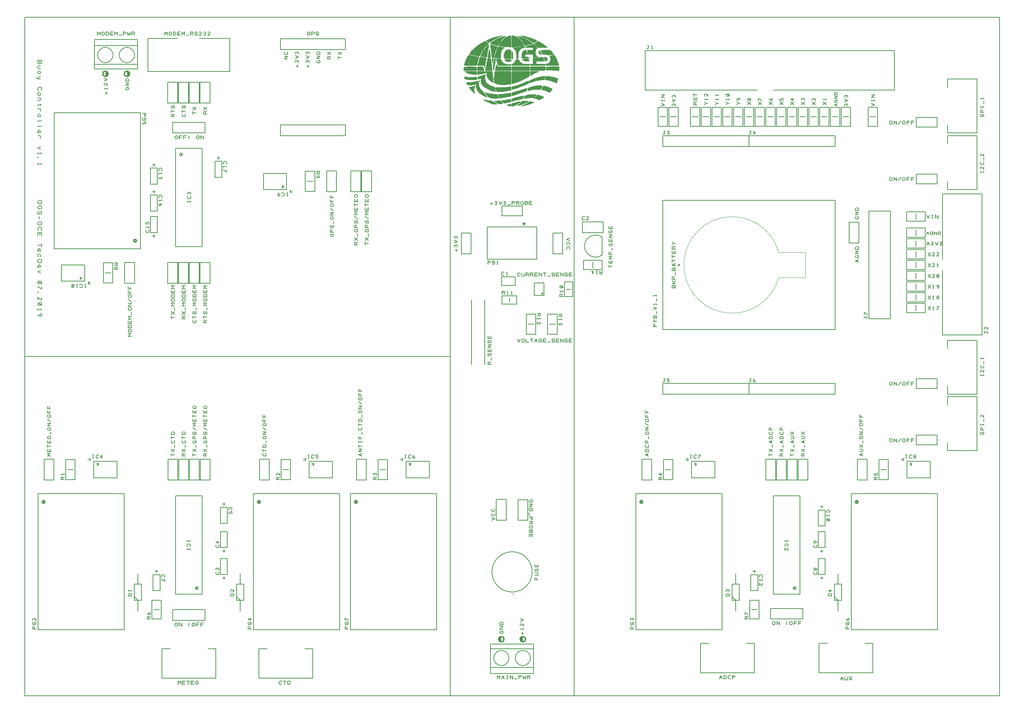
<source format=gbr>
G04 EasyPC Gerber Version 21.0.3 Build 4286 *
%FSLAX35Y35*%
%MOIN*%
%ADD86C,0.00394*%
%ADD10C,0.00500*%
%ADD85C,0.00787*%
%ADD119C,0.00800*%
%ADD120C,0.00984*%
%ADD121C,0.01200*%
%ADD122C,0.01575*%
X0Y0D02*
D02*
D10*
X5250Y5250D02*
X400250D01*
Y635250*
X5250*
Y5250*
Y320250D02*
X400250D01*
X18687Y465250D02*
X19937D01*
X20563Y464937*
X20875Y464625*
X21187Y464000*
Y463375*
X20875Y462750*
X20563Y462437*
X19937Y462125*
X18687*
X18063Y462437*
X17750Y462750*
X17437Y463375*
Y464000*
X17750Y464625*
X18063Y464937*
X18687Y465250*
X19000Y458063D02*
Y457125D01*
X18687*
X18063Y457437*
X17750Y457750*
X17437Y458375*
Y459000*
X17750Y459625*
X18063Y459937*
X18687Y460250*
X19937*
X20563Y459937*
X20875Y459625*
X21187Y459000*
Y458375*
X20875Y457750*
X20563Y457437*
X19937Y457125*
X18375Y455250D02*
X17750Y454937D01*
X17437Y454313*
Y453063*
X17750Y452437*
X18375Y452125*
X19000Y452437*
X19313Y453063*
Y454313*
X19625Y454937*
X20250Y455250*
X20875Y454937*
X21187Y454313*
Y453063*
X20875Y452437*
X20250Y452125*
X18687Y450250D02*
Y447750D01*
Y445250D02*
X19937D01*
X20563Y444937*
X20875Y444625*
X21187Y444000*
Y443375*
X20875Y442750*
X20563Y442437*
X19937Y442125*
X18687*
X18063Y442437*
X17750Y442750*
X17437Y443375*
Y444000*
X17750Y444625*
X18063Y444937*
X18687Y445250*
X18063Y437125D02*
X17750Y437437D01*
X17437Y438063*
Y439000*
X17750Y439625*
X18063Y439937*
X18687Y440250*
X19937*
X20563Y439937*
X20875Y439625*
X21187Y439000*
Y438063*
X20875Y437437*
X20563Y437125*
X17437Y435250D02*
X21187D01*
Y432125*
X19313Y432750D02*
Y435250D01*
X17437D02*
Y432125D01*
Y423687D02*
X21187D01*
Y425250D02*
Y422125D01*
X17750Y417750D02*
X17437Y418063D01*
Y418687*
Y419313*
X17750Y419937*
X18375Y420250*
X19313*
X19625Y419937*
X19937Y419313*
Y418687*
X19625Y418063*
X19313Y417750*
X19000*
X18687Y418063*
X18375Y418687*
Y419313*
X18687Y419937*
X19000Y420250*
X19625Y412750D02*
X19937Y413375D01*
Y414313*
X19625Y414937*
X19000Y415250*
X18375*
X17750Y414937*
X17437Y414313*
Y413375*
X17750Y412750*
X17437Y410250D02*
X21187D01*
Y408375*
X20875Y407750*
X20563Y407437*
X19937Y407125*
X18687*
X18063Y407437*
X17750Y407750*
X17437Y408375*
Y410250*
X17750Y402750D02*
X17437Y403063D01*
Y403687*
Y404313*
X17750Y404937*
X18375Y405250*
X19313*
X19625Y404937*
X19937Y404313*
Y403687*
X19625Y403063*
X19313Y402750*
X19000*
X18687Y403063*
X18375Y403687*
Y404313*
X18687Y404937*
X19000Y405250*
X19937Y400250D02*
X17437Y399000D01*
X19937Y397750*
X17750Y389937D02*
X17437Y389313D01*
Y388687*
X17750Y388063*
X18375Y387750*
X20250*
X20875Y388063*
X21187Y388687*
Y389313*
X20875Y389937*
X20250Y390250*
X18375*
X17750Y389937*
X20875Y388063*
X17437Y385250D02*
X21187Y382750D01*
Y385250*
X17437Y379937D02*
X17750Y379625D01*
X18063Y379937*
X17750Y380250*
X17437Y379937*
Y372750D02*
Y375250D01*
X19625Y373063*
X20250Y372750*
X20875Y373063*
X21187Y373687*
Y374625*
X20875Y375250*
X17750Y369937D02*
X17437Y369313D01*
Y368687*
X17750Y368063*
X18375Y367750*
X20250*
X20875Y368063*
X21187Y368687*
Y369313*
X20875Y369937*
X20250Y370250*
X18375*
X17750Y369937*
X20875Y368063*
X17437Y364625D02*
Y363375D01*
Y364000D02*
X21187D01*
X20563Y364625*
X17437Y359313D02*
X17750Y358687D01*
X18375Y358063*
X19313Y357750*
X20250*
X20875Y358063*
X21187Y358687*
Y359313*
X20875Y359937*
X20250Y360250*
X19625Y359937*
X19313Y359313*
Y358687*
X19625Y358063*
X20250Y357750*
X19313Y593063D02*
X19000Y592437D01*
X18375Y592125*
X17750Y592437*
X17437Y593063*
Y595250*
X21187*
Y593063*
X20875Y592437*
X20250Y592125*
X19625Y592437*
X19313Y593063*
Y595250*
X19937Y590250D02*
X18375D01*
X17750Y589937*
X17437Y589313*
Y588687*
X17750Y588063*
X18375Y587750*
X19937D02*
X17437D01*
X18375Y585250D02*
X17750Y584937D01*
X17437Y584313*
Y583687*
X17750Y583063*
X18375Y582750*
X19000*
X19625Y583063*
X19937Y583687*
Y584313*
X19625Y584937*
X19000Y585250*
X18375*
X19937Y580250D02*
X18687Y579937D01*
X18063Y579313*
Y578687*
X18687Y578063*
X19937Y577750*
X18687Y578063D02*
X17437Y578375D01*
X16813Y578687*
X16500Y579313*
X16813Y579937*
X18063Y567125D02*
X17750Y567437D01*
X17437Y568063*
Y569000*
X17750Y569625*
X18063Y569937*
X18687Y570250*
X19937*
X20563Y569937*
X20875Y569625*
X21187Y569000*
Y568063*
X20875Y567437*
X20563Y567125*
X18375Y565250D02*
X17750Y564937D01*
X17437Y564313*
Y563687*
X17750Y563063*
X18375Y562750*
X19000*
X19625Y563063*
X19937Y563687*
Y564313*
X19625Y564937*
X19000Y565250*
X18375*
X17437Y560250D02*
X19937D01*
X19000D02*
X19625Y559937D01*
X19937Y559313*
Y558687*
X19625Y558063*
X19000Y557750*
X17437*
X19937Y554625D02*
Y553375D01*
X20563Y554000D02*
X17750D01*
X17437Y553687*
Y553375*
X17750Y553063*
X17437Y550250D02*
X19937D01*
X19000D02*
X19625Y549937D01*
X19937Y549313*
Y548687*
X19625Y548063*
X18375Y545250D02*
X17750Y544937D01*
X17437Y544313*
Y543687*
X17750Y543063*
X18375Y542750*
X19000*
X19625Y543063*
X19937Y543687*
Y544313*
X19625Y544937*
X19000Y545250*
X18375*
X17437Y538687D02*
Y539000D01*
X21187*
X17437Y533687D02*
Y534000D01*
X21187*
X17750Y527750D02*
X17437Y528063D01*
Y528687*
Y529313*
X17750Y529937*
X18375Y530250*
X19313*
X19625Y529937*
X19937Y529313*
Y528687*
X19625Y528063*
X19313Y527750*
X19000*
X18687Y528063*
X18375Y528687*
Y529313*
X18687Y529937*
X19000Y530250*
X17437Y525250D02*
X19937D01*
X19000D02*
X19625Y524937D01*
X19937Y524313*
Y523687*
X19625Y523063*
X19937Y515250D02*
X17437Y514000D01*
X19937Y512750*
X17437Y509625D02*
Y508375D01*
Y509000D02*
X21187D01*
X20563Y509625*
X17437Y504937D02*
X17750Y504625D01*
X18063Y504937*
X17750Y505250*
X17437Y504937*
Y499625D02*
Y498375D01*
Y499000D02*
X21187D01*
X20563Y499625*
X15776Y67165D02*
X12776D01*
Y68915*
X13026Y69415*
X13526Y69665*
X14026Y69415*
X14276Y68915*
Y67165*
X15026Y71165D02*
X15526Y71415D01*
X15776Y71915*
Y72915*
X15526Y73415*
X15026Y73665*
X14526Y73415*
X14276Y72915*
Y71915*
X14026Y71415*
X13526Y71165*
X13026Y71415*
X12776Y71915*
Y72915*
X13026Y73415*
X13526Y73665*
X15776Y77165D02*
Y75165D01*
X14026Y76915*
X13526Y77165*
X13026Y76915*
X12776Y76415*
Y75665*
X13026Y75165*
X29500Y227750D02*
X26500D01*
X28000Y229000*
X26500Y230250*
X29500*
Y231750D02*
X26500D01*
Y234250*
X28000Y233750D02*
Y231750D01*
X29500D02*
Y234250D01*
Y237000D02*
X26500D01*
Y235750D02*
Y238250D01*
X29500Y239750D02*
X26500D01*
Y242250*
X28000Y241750D02*
Y239750D01*
X29500D02*
Y242250D01*
X28500Y243750D02*
X27500D01*
X27000Y244000*
X26750Y244250*
X26500Y244750*
Y245250*
X26750Y245750*
X27000Y246000*
X27500Y246250*
X28500*
X29000Y246000*
X29250Y245750*
X29500Y245250*
Y244750*
X29250Y244250*
X29000Y244000*
X28500Y243750*
X29500Y247750D02*
Y250250D01*
X28500Y251750D02*
X27500D01*
X27000Y252000*
X26750Y252250*
X26500Y252750*
Y253250*
X26750Y253750*
X27000Y254000*
X27500Y254250*
X28500*
X29000Y254000*
X29250Y253750*
X29500Y253250*
Y252750*
X29250Y252250*
X29000Y252000*
X28500Y251750*
X29500Y255750D02*
X26500D01*
X29500Y258250*
X26500*
X29500Y259750D02*
X26500Y262250D01*
X28500Y263750D02*
X27500D01*
X27000Y264000*
X26750Y264250*
X26500Y264750*
Y265250*
X26750Y265750*
X27000Y266000*
X27500Y266250*
X28500*
X29000Y266000*
X29250Y265750*
X29500Y265250*
Y264750*
X29250Y264250*
X29000Y264000*
X28500Y263750*
X29500Y267750D02*
X26500D01*
Y270250*
X28000Y269750D02*
Y267750D01*
X29500Y271750D02*
X26500D01*
Y274250*
X28000Y273750D02*
Y271750D01*
X42002Y205878D02*
X39002D01*
Y207628*
X39252Y208128*
X39752Y208378*
X40252Y208128*
X40502Y207628*
Y205878*
Y207628D02*
X42002Y208378D01*
Y210378D02*
Y211378D01*
Y210878D02*
X39002D01*
X39502Y210378*
X62190Y387234D02*
X61190D01*
X61690D02*
Y384234D01*
X62190D02*
X61190D01*
X56440Y386734D02*
X56690Y386984D01*
X57190Y387234*
X57940*
X58440Y386984*
X58690Y386734*
X58940Y386234*
Y385234*
X58690Y384734*
X58440Y384484*
X57940Y384234*
X57190*
X56690Y384484*
X56440Y384734*
X54440Y387234D02*
X53440D01*
X53940D02*
Y384234D01*
X54440Y384734*
X50690Y386984D02*
X50190Y387234D01*
X49690*
X49190Y386984*
X48940Y386484*
Y384984*
X49190Y384484*
X49690Y384234*
X50190*
X50690Y384484*
X50940Y384984*
Y386484*
X50690Y386984*
X49190Y384484*
X68310Y225766D02*
X69310D01*
X68810D02*
Y228766D01*
X68310D02*
X69310D01*
X74060Y226266D02*
X73810Y226016D01*
X73310Y225766*
X72560*
X72060Y226016*
X71810Y226266*
X71560Y226766*
Y227766*
X71810Y228266*
X72060Y228516*
X72560Y228766*
X73310*
X73810Y228516*
X74060Y228266*
X76810Y225766D02*
Y228766D01*
X75560Y226766*
X77560*
X72750Y618500D02*
Y621500D01*
X74000Y620000*
X75250Y621500*
Y618500*
X76750Y619500D02*
Y620500D01*
X77000Y621000*
X77250Y621250*
X77750Y621500*
X78250*
X78750Y621250*
X79000Y621000*
X79250Y620500*
Y619500*
X79000Y619000*
X78750Y618750*
X78250Y618500*
X77750*
X77250Y618750*
X77000Y619000*
X76750Y619500*
X80750Y618500D02*
Y621500D01*
X82250*
X82750Y621250*
X83000Y621000*
X83250Y620500*
Y619500*
X83000Y619000*
X82750Y618750*
X82250Y618500*
X80750*
X84750D02*
Y621500D01*
X87250*
X86750Y620000D02*
X84750D01*
Y618500D02*
X87250D01*
X88750D02*
Y621500D01*
X90000Y620000*
X91250Y621500*
Y618500*
X92750D02*
X95250D01*
X96750D02*
Y621500D01*
X98500*
X99000Y621250*
X99250Y620750*
X99000Y620250*
X98500Y620000*
X96750*
X100750Y621500D02*
X101000Y618500D01*
X102000Y620000*
X103000Y618500*
X103250Y621500*
X104750Y618500D02*
Y621500D01*
X106500*
X107000Y621250*
X107250Y620750*
X107000Y620250*
X106500Y620000*
X104750*
X106500D02*
X107250Y618500D01*
X81000Y564000D02*
Y566000D01*
X82000Y565000D02*
X80000D01*
X82000Y568500D02*
Y569500D01*
Y569000D02*
X79000D01*
X79500Y568500*
X82000Y574000D02*
Y572000D01*
X80250Y573750*
X79750Y574000*
X79250Y573750*
X79000Y573250*
Y572500*
X79250Y572000*
X79000Y576000D02*
X82000Y577250D01*
X79000Y578500*
X88498Y407122D02*
X91498D01*
Y405372*
X91248Y404872*
X90748Y404622*
X90248Y404872*
X89998Y405372*
Y407122*
Y405372D02*
X88498Y404622D01*
X89998Y402372D02*
Y401872D01*
X90248Y401372*
X90748Y401122*
X91248Y401372*
X91498Y401872*
Y402372*
X91248Y402872*
X90748Y403122*
X90248Y402872*
X89998Y402372*
X89748Y402872*
X89248Y403122*
X88748Y402872*
X88498Y402372*
Y401872*
X88748Y401372*
X89248Y401122*
X89748Y401372*
X89998Y401872*
X100750Y569500D02*
Y570250D01*
X101000*
X101500Y570000*
X101750Y569750*
X102000Y569250*
Y568750*
X101750Y568250*
X101500Y568000*
X101000Y567750*
X100000*
X99500Y568000*
X99250Y568250*
X99000Y568750*
Y569250*
X99250Y569750*
X99500Y570000*
X100000Y570250*
X102000Y571750D02*
X99000D01*
X102000Y574250*
X99000*
X102000Y575750D02*
X99000D01*
Y577250*
X99250Y577750*
X99500Y578000*
X100000Y578250*
X101000*
X101500Y578000*
X101750Y577750*
X102000Y577250*
Y575750*
X104500Y97750D02*
X101500D01*
Y99250*
X101750Y99750*
X102000Y100000*
X102500Y100250*
X103500*
X104000Y100000*
X104250Y99750*
X104500Y99250*
Y97750*
Y102250D02*
Y103250D01*
Y102750D02*
X101500D01*
X102000Y102250*
X104500Y339000D02*
X101500D01*
X103000Y340250*
X101500Y341500*
X104500*
X103500Y343000D02*
X102500D01*
X102000Y343250*
X101750Y343500*
X101500Y344000*
Y344500*
X101750Y345000*
X102000Y345250*
X102500Y345500*
X103500*
X104000Y345250*
X104250Y345000*
X104500Y344500*
Y344000*
X104250Y343500*
X104000Y343250*
X103500Y343000*
X104500Y347000D02*
X101500D01*
Y348500*
X101750Y349000*
X102000Y349250*
X102500Y349500*
X103500*
X104000Y349250*
X104250Y349000*
X104500Y348500*
Y347000*
Y351000D02*
X101500D01*
Y353500*
X103000Y353000D02*
Y351000D01*
X104500D02*
Y353500D01*
Y355000D02*
X101500D01*
X103000Y356250*
X101500Y357500*
X104500*
Y359000D02*
Y361500D01*
X103500Y363000D02*
X102500D01*
X102000Y363250*
X101750Y363500*
X101500Y364000*
Y364500*
X101750Y365000*
X102000Y365250*
X102500Y365500*
X103500*
X104000Y365250*
X104250Y365000*
X104500Y364500*
Y364000*
X104250Y363500*
X104000Y363250*
X103500Y363000*
X104500Y367000D02*
X101500D01*
X104500Y369500*
X101500*
X104500Y371000D02*
X101500Y373500D01*
X103500Y375000D02*
X102500D01*
X102000Y375250*
X101750Y375500*
X101500Y376000*
Y376500*
X101750Y377000*
X102000Y377250*
X102500Y377500*
X103500*
X104000Y377250*
X104250Y377000*
X104500Y376500*
Y376000*
X104250Y375500*
X104000Y375250*
X103500Y375000*
X104500Y379000D02*
X101500D01*
Y381500*
X103000Y381000D02*
Y379000D01*
X104500Y383000D02*
X101500D01*
Y385500*
X103000Y385000D02*
Y383000D01*
X114724Y545835D02*
X117724D01*
Y544085*
X117474Y543585*
X116974Y543335*
X116474Y543585*
X116224Y544085*
Y545835*
X115474Y541835D02*
X114974Y541585D01*
X114724Y541085*
Y540085*
X114974Y539585*
X115474Y539335*
X115974Y539585*
X116224Y540085*
Y541085*
X116474Y541585*
X116974Y541835*
X117474Y541585*
X117724Y541085*
Y540085*
X117474Y539585*
X116974Y539335*
X114974Y537835D02*
X114724Y537335D01*
Y536585*
X114974Y536085*
X115474Y535835*
X115724*
X116224Y536085*
X116474Y536585*
Y537835*
X117724*
Y535835*
X120303Y437800D02*
X120553Y437550D01*
X120803Y437050*
Y436300*
X120553Y435800*
X120303Y435550*
X119803Y435300*
X118803*
X118303Y435550*
X118053Y435800*
X117803Y436300*
Y437050*
X118053Y437550*
X118303Y437800*
X120803Y439800D02*
Y440800D01*
Y440300D02*
X117803D01*
X118303Y439800*
X120553Y443300D02*
X120803Y443800D01*
Y444550*
X120553Y445050*
X120053Y445300*
X119803*
X119303Y445050*
X119053Y444550*
Y443300*
X117803*
Y445300*
X122002Y76503D02*
X119002D01*
Y78253*
X119252Y78753*
X119752Y79003*
X120252Y78753*
X120502Y78253*
Y76503*
Y78253D02*
X122002Y79003D01*
X121252Y80503D02*
X120752Y80753D01*
X120502Y81253*
Y81753*
X120752Y82253*
X121252Y82503*
X121752Y82253*
X122002Y81753*
Y81253*
X121752Y80753*
X121252Y80503*
X120502*
X119752Y80753*
X119252Y81253*
X119002Y81753*
X125225Y474554D02*
Y472054D01*
X123975Y473304D02*
X126475D01*
X125225Y499554D02*
Y497054D01*
X123975Y498304D02*
X126475D01*
X127725Y122054D02*
Y119554D01*
X126475Y120804D02*
X128975D01*
X125275Y430946D02*
Y433446D01*
X126525Y432196D02*
X124025D01*
X130197Y467700D02*
X129947Y467950D01*
X129697Y468450*
Y469200*
X129947Y469700*
X130197Y469950*
X130697Y470200*
X131697*
X132197Y469950*
X132447Y469700*
X132697Y469200*
Y468450*
X132447Y467950*
X132197Y467700*
X129697Y465700D02*
Y464700D01*
Y465200D02*
X132697D01*
X132197Y465700*
X129697Y460950D02*
X132697D01*
X130697Y462200*
Y460200*
X130197Y492700D02*
X129947Y492950D01*
X129697Y493450*
Y494200*
X129947Y494700*
X130197Y494950*
X130697Y495200*
X131697*
X132197Y494950*
X132447Y494700*
X132697Y494200*
Y493450*
X132447Y492950*
X132197Y492700*
X129697Y490700D02*
Y489700D01*
Y490200D02*
X132697D01*
X132197Y490700*
X129947Y486950D02*
X129697Y486450D01*
Y485950*
X129947Y485450*
X130447Y485200*
X130947Y485450*
X131197Y485950*
Y486450*
Y485950D02*
X131447Y485450D01*
X131947Y485200*
X132447Y485450*
X132697Y485950*
Y486450*
X132447Y486950*
X132697Y115200D02*
X132447Y115450D01*
X132197Y115950*
Y116700*
X132447Y117200*
X132697Y117450*
X133197Y117700*
X134197*
X134697Y117450*
X134947Y117200*
X135197Y116700*
Y115950*
X134947Y115450*
X134697Y115200*
X132197Y113700D02*
X135197Y111700D01*
Y113700*
X135250Y618500D02*
Y621500D01*
X136500Y620000*
X137750Y621500*
Y618500*
X139250Y619500D02*
Y620500D01*
X139500Y621000*
X139750Y621250*
X140250Y621500*
X140750*
X141250Y621250*
X141500Y621000*
X141750Y620500*
Y619500*
X141500Y619000*
X141250Y618750*
X140750Y618500*
X140250*
X139750Y618750*
X139500Y619000*
X139250Y619500*
X143250Y618500D02*
Y621500D01*
X144750*
X145250Y621250*
X145500Y621000*
X145750Y620500*
Y619500*
X145500Y619000*
X145250Y618750*
X144750Y618500*
X143250*
X147250D02*
Y621500D01*
X149750*
X149250Y620000D02*
X147250D01*
Y618500D02*
X149750D01*
X151250D02*
Y621500D01*
X152500Y620000*
X153750Y621500*
Y618500*
X155250D02*
X157750D01*
X159250D02*
Y621500D01*
X161000*
X161500Y621250*
X161750Y620750*
X161500Y620250*
X161000Y620000*
X159250*
X161000D02*
X161750Y618500D01*
X163250Y619250D02*
X163500Y618750D01*
X164000Y618500*
X165000*
X165500Y618750*
X165750Y619250*
X165500Y619750*
X165000Y620000*
X164000*
X163500Y620250*
X163250Y620750*
X163500Y621250*
X164000Y621500*
X165000*
X165500Y621250*
X165750Y620750*
X169250Y618500D02*
X167250D01*
X169000Y620250*
X169250Y620750*
X169000Y621250*
X168500Y621500*
X167750*
X167250Y621250*
X171500Y618750D02*
X172000Y618500D01*
X172500*
X173000Y618750*
X173250Y619250*
X173000Y619750*
X172500Y620000*
X172000*
X172500D02*
X173000Y620250D01*
X173250Y620750*
X173000Y621250*
X172500Y621500*
X172000*
X171500Y621250*
X177250Y618500D02*
X175250D01*
X177000Y620250*
X177250Y620750*
X177000Y621250*
X176500Y621500*
X175750*
X175250Y621250*
X144737Y70855D02*
Y71855D01*
X144987Y72355*
X145237Y72605*
X145737Y72855*
X146237*
X146737Y72605*
X146987Y72355*
X147237Y71855*
Y70855*
X146987Y70355*
X146737Y70105*
X146237Y69855*
X145737*
X145237Y70105*
X144987Y70355*
X144737Y70855*
X148737Y69855D02*
Y72855D01*
X151237Y69855*
Y72855*
X157737Y69855D02*
Y72855D01*
X160737Y70855D02*
Y71855D01*
X160987Y72355*
X161237Y72605*
X161737Y72855*
X162237*
X162737Y72605*
X162987Y72355*
X163237Y71855*
Y70855*
X162987Y70355*
X162737Y70105*
X162237Y69855*
X161737*
X161237Y70105*
X160987Y70355*
X160737Y70855*
X164737Y69855D02*
Y72855D01*
X167237*
X166737Y71355D02*
X164737D01*
X168737Y69855D02*
Y72855D01*
X171237*
X170737Y71355D02*
X168737D01*
X144737Y523212D02*
Y524212D01*
X144987Y524712*
X145237Y524962*
X145737Y525212*
X146237*
X146737Y524962*
X146987Y524712*
X147237Y524212*
Y523212*
X146987Y522712*
X146737Y522462*
X146237Y522212*
X145737*
X145237Y522462*
X144987Y522712*
X144737Y523212*
X148737Y522212D02*
Y525212D01*
X151237*
X150737Y523712D02*
X148737D01*
X152737Y522212D02*
Y525212D01*
X155237*
X154737Y523712D02*
X152737D01*
X157737Y522212D02*
Y525212D01*
X164737Y523212D02*
Y524212D01*
X164987Y524712*
X165237Y524962*
X165737Y525212*
X166237*
X166737Y524962*
X166987Y524712*
X167237Y524212*
Y523212*
X166987Y522712*
X166737Y522462*
X166237Y522212*
X165737*
X165237Y522462*
X164987Y522712*
X164737Y523212*
X168737Y522212D02*
Y525212D01*
X171237Y522212*
Y525212*
X144500Y229000D02*
X141500D01*
Y227750D02*
Y230250D01*
X144500Y231750D02*
X141500Y234250D01*
Y231750D02*
X144500Y234250D01*
Y235750D02*
Y238250D01*
X144000Y242250D02*
X144250Y242000D01*
X144500Y241500*
Y240750*
X144250Y240250*
X144000Y240000*
X143500Y239750*
X142500*
X142000Y240000*
X141750Y240250*
X141500Y240750*
Y241500*
X141750Y242000*
X142000Y242250*
X144500Y245000D02*
X141500D01*
Y243750D02*
Y246250D01*
X144500Y247750D02*
X141500D01*
Y249250*
X141750Y249750*
X142000Y250000*
X142500Y250250*
X143500*
X144000Y250000*
X144250Y249750*
X144500Y249250*
Y247750*
Y356500D02*
X141500D01*
Y355250D02*
Y357750D01*
X144500Y359250D02*
X141500Y361750D01*
Y359250D02*
X144500Y361750D01*
Y363250D02*
Y365750D01*
Y367250D02*
X141500D01*
X143000Y368500*
X141500Y369750*
X144500*
X143500Y371250D02*
X142500D01*
X142000Y371500*
X141750Y371750*
X141500Y372250*
Y372750*
X141750Y373250*
X142000Y373500*
X142500Y373750*
X143500*
X144000Y373500*
X144250Y373250*
X144500Y372750*
Y372250*
X144250Y371750*
X144000Y371500*
X143500Y371250*
X144500Y375250D02*
X141500D01*
Y376750*
X141750Y377250*
X142000Y377500*
X142500Y377750*
X143500*
X144000Y377500*
X144250Y377250*
X144500Y376750*
Y375250*
Y379250D02*
X141500D01*
Y381750*
X143000Y381250D02*
Y379250D01*
X144500D02*
Y381750D01*
Y383250D02*
X141500D01*
X143000Y384500*
X141500Y385750*
X144500*
Y542750D02*
X141500D01*
Y544500*
X141750Y545000*
X142250Y545250*
X142750Y545000*
X143000Y544500*
Y542750*
Y544500D02*
X144500Y545250D01*
Y548000D02*
X141500D01*
Y546750D02*
Y549250D01*
X143750Y550750D02*
X144250Y551000D01*
X144500Y551500*
Y552500*
X144250Y553000*
X143750Y553250*
X143250Y553000*
X143000Y552500*
Y551500*
X142750Y551000*
X142250Y550750*
X141750Y551000*
X141500Y551500*
Y552500*
X141750Y553000*
X142250Y553250*
X147750Y16000D02*
Y19000D01*
X149000Y17500*
X150250Y19000*
Y16000*
X151750D02*
Y19000D01*
X154250*
X153750Y17500D02*
X151750D01*
Y16000D02*
X154250D01*
X157000D02*
Y19000D01*
X155750D02*
X158250D01*
X159750Y16000D02*
Y19000D01*
X162250*
X161750Y17500D02*
X159750D01*
Y16000D02*
X162250D01*
X163750Y17000D02*
Y18000D01*
X164000Y18500*
X164250Y18750*
X164750Y19000*
X165250*
X165750Y18750*
X166000Y18500*
X166250Y18000*
Y17000*
X166000Y16500*
X165750Y16250*
X165250Y16000*
X164750*
X164250Y16250*
X164000Y16500*
X163750Y17000*
X154500Y227750D02*
X151500D01*
Y229500*
X151750Y230000*
X152250Y230250*
X152750Y230000*
X153000Y229500*
Y227750*
Y229500D02*
X154500Y230250D01*
Y231750D02*
X151500Y234250D01*
Y231750D02*
X154500Y234250D01*
Y235750D02*
Y238250D01*
X154000Y242250D02*
X154250Y242000D01*
X154500Y241500*
Y240750*
X154250Y240250*
X154000Y240000*
X153500Y239750*
X152500*
X152000Y240000*
X151750Y240250*
X151500Y240750*
Y241500*
X151750Y242000*
X152000Y242250*
X154500Y245000D02*
X151500D01*
Y243750D02*
Y246250D01*
X154500Y247750D02*
X151500D01*
Y249250*
X151750Y249750*
X152000Y250000*
X152500Y250250*
X153500*
X154000Y250000*
X154250Y249750*
X154500Y249250*
Y247750*
Y355250D02*
X151500D01*
Y357000*
X151750Y357500*
X152250Y357750*
X152750Y357500*
X153000Y357000*
Y355250*
Y357000D02*
X154500Y357750D01*
Y359250D02*
X151500Y361750D01*
Y359250D02*
X154500Y361750D01*
Y363250D02*
Y365750D01*
Y367250D02*
X151500D01*
X153000Y368500*
X151500Y369750*
X154500*
X153500Y371250D02*
X152500D01*
X152000Y371500*
X151750Y371750*
X151500Y372250*
Y372750*
X151750Y373250*
X152000Y373500*
X152500Y373750*
X153500*
X154000Y373500*
X154250Y373250*
X154500Y372750*
Y372250*
X154250Y371750*
X154000Y371500*
X153500Y371250*
X154500Y375250D02*
X151500D01*
Y376750*
X151750Y377250*
X152000Y377500*
X152500Y377750*
X153500*
X154000Y377500*
X154250Y377250*
X154500Y376750*
Y375250*
Y379250D02*
X151500D01*
Y381750*
X153000Y381250D02*
Y379250D01*
X154500D02*
Y381750D01*
Y383250D02*
X151500D01*
X153000Y384500*
X151500Y385750*
X154500*
X154000Y545250D02*
X154250Y545000D01*
X154500Y544500*
Y543750*
X154250Y543250*
X154000Y543000*
X153500Y542750*
X152500*
X152000Y543000*
X151750Y543250*
X151500Y543750*
Y544500*
X151750Y545000*
X152000Y545250*
X154500Y548000D02*
X151500D01*
Y546750D02*
Y549250D01*
X153750Y550750D02*
X154250Y551000D01*
X154500Y551500*
Y552500*
X154250Y553000*
X153750Y553250*
X153250Y553000*
X153000Y552500*
Y551500*
X152750Y551000*
X152250Y550750*
X151750Y551000*
X151500Y551500*
Y552500*
X151750Y553000*
X152250Y553250*
X156018Y149500D02*
Y148500D01*
Y149000D02*
X159018D01*
Y149500D02*
Y148500D01*
X156518Y143750D02*
X156268Y144000D01*
X156018Y144500*
Y145250*
X156268Y145750*
X156518Y146000*
X157018Y146250*
X158018*
X158518Y146000*
X158768Y145750*
X159018Y145250*
Y144500*
X158768Y144000*
X158518Y143750*
X156018Y141750D02*
Y140750D01*
Y141250D02*
X159018D01*
X158518Y141750*
X159482Y463500D02*
Y464500D01*
Y464000D02*
X156482D01*
Y463500D02*
Y464500D01*
X158982Y469250D02*
X159232Y469000D01*
X159482Y468500*
Y467750*
X159232Y467250*
X158982Y467000*
X158482Y466750*
X157482*
X156982Y467000*
X156732Y467250*
X156482Y467750*
Y468500*
X156732Y469000*
X156982Y469250*
X159232Y471000D02*
X159482Y471500D01*
Y472000*
X159232Y472500*
X158732Y472750*
X158232Y472500*
X157982Y472000*
Y471500*
Y472000D02*
X157732Y472500D01*
X157232Y472750*
X156732Y472500*
X156482Y472000*
Y471500*
X156732Y471000*
X164500Y229000D02*
X161500D01*
Y227750D02*
Y230250D01*
X164500Y231750D02*
X161500Y234250D01*
Y231750D02*
X164500Y234250D01*
Y235750D02*
Y238250D01*
X163250Y241500D02*
Y242250D01*
X163500*
X164000Y242000*
X164250Y241750*
X164500Y241250*
Y240750*
X164250Y240250*
X164000Y240000*
X163500Y239750*
X162500*
X162000Y240000*
X161750Y240250*
X161500Y240750*
Y241250*
X161750Y241750*
X162000Y242000*
X162500Y242250*
X164500Y243750D02*
X161500D01*
Y245500*
X161750Y246000*
X162250Y246250*
X162750Y246000*
X163000Y245500*
Y243750*
X163750Y247750D02*
X164250Y248000D01*
X164500Y248500*
Y249500*
X164250Y250000*
X163750Y250250*
X163250Y250000*
X163000Y249500*
Y248500*
X162750Y248000*
X162250Y247750*
X161750Y248000*
X161500Y248500*
Y249500*
X161750Y250000*
X162250Y250250*
X164500Y251750D02*
X161500Y254250D01*
X164500Y255750D02*
X161500D01*
X163000Y257000*
X161500Y258250*
X164500*
Y259750D02*
X161500D01*
Y262250*
X163000Y261750D02*
Y259750D01*
X164500D02*
Y262250D01*
Y265000D02*
X161500D01*
Y263750D02*
Y266250D01*
X164500Y267750D02*
X161500D01*
Y270250*
X163000Y269750D02*
Y267750D01*
X164500D02*
Y270250D01*
X163500Y271750D02*
X162500D01*
X162000Y272000*
X161750Y272250*
X161500Y272750*
Y273250*
X161750Y273750*
X162000Y274000*
X162500Y274250*
X163500*
X164000Y274000*
X164250Y273750*
X164500Y273250*
Y272750*
X164250Y272250*
X164000Y272000*
X163500Y271750*
X164000Y354000D02*
X164250Y353750D01*
X164500Y353250*
Y352500*
X164250Y352000*
X164000Y351750*
X163500Y351500*
X162500*
X162000Y351750*
X161750Y352000*
X161500Y352500*
Y353250*
X161750Y353750*
X162000Y354000*
X164500Y356750D02*
X161500D01*
Y355500D02*
Y358000D01*
X163750Y359500D02*
X164250Y359750D01*
X164500Y360250*
Y361250*
X164250Y361750*
X163750Y362000*
X163250Y361750*
X163000Y361250*
Y360250*
X162750Y359750*
X162250Y359500*
X161750Y359750*
X161500Y360250*
Y361250*
X161750Y361750*
X162250Y362000*
X164500Y363500D02*
Y366000D01*
Y367500D02*
X161500D01*
X163000Y368750*
X161500Y370000*
X164500*
X163500Y371500D02*
X162500D01*
X162000Y371750*
X161750Y372000*
X161500Y372500*
Y373000*
X161750Y373500*
X162000Y373750*
X162500Y374000*
X163500*
X164000Y373750*
X164250Y373500*
X164500Y373000*
Y372500*
X164250Y372000*
X164000Y371750*
X163500Y371500*
X164500Y375500D02*
X161500D01*
Y377000*
X161750Y377500*
X162000Y377750*
X162500Y378000*
X163500*
X164000Y377750*
X164250Y377500*
X164500Y377000*
Y375500*
Y379500D02*
X161500D01*
Y382000*
X163000Y381500D02*
Y379500D01*
X164500D02*
Y382000D01*
Y383500D02*
X161500D01*
X163000Y384750*
X161500Y386000*
X164500*
Y546500D02*
X161500D01*
Y545250D02*
Y547750D01*
X164500Y549250D02*
X161500Y551750D01*
Y549250D02*
X164500Y551750D01*
X174500Y227750D02*
X171500D01*
Y229500*
X171750Y230000*
X172250Y230250*
X172750Y230000*
X173000Y229500*
Y227750*
Y229500D02*
X174500Y230250D01*
Y231750D02*
X171500Y234250D01*
Y231750D02*
X174500Y234250D01*
Y235750D02*
Y238250D01*
X173250Y241500D02*
Y242250D01*
X173500*
X174000Y242000*
X174250Y241750*
X174500Y241250*
Y240750*
X174250Y240250*
X174000Y240000*
X173500Y239750*
X172500*
X172000Y240000*
X171750Y240250*
X171500Y240750*
Y241250*
X171750Y241750*
X172000Y242000*
X172500Y242250*
X174500Y243750D02*
X171500D01*
Y245500*
X171750Y246000*
X172250Y246250*
X172750Y246000*
X173000Y245500*
Y243750*
X173750Y247750D02*
X174250Y248000D01*
X174500Y248500*
Y249500*
X174250Y250000*
X173750Y250250*
X173250Y250000*
X173000Y249500*
Y248500*
X172750Y248000*
X172250Y247750*
X171750Y248000*
X171500Y248500*
Y249500*
X171750Y250000*
X172250Y250250*
X174500Y251750D02*
X171500Y254250D01*
X174500Y255750D02*
X171500D01*
X173000Y257000*
X171500Y258250*
X174500*
Y259750D02*
X171500D01*
Y262250*
X173000Y261750D02*
Y259750D01*
X174500D02*
Y262250D01*
Y265000D02*
X171500D01*
Y263750D02*
Y266250D01*
X174500Y267750D02*
X171500D01*
Y270250*
X173000Y269750D02*
Y267750D01*
X174500D02*
Y270250D01*
X173500Y271750D02*
X172500D01*
X172000Y272000*
X171750Y272250*
X171500Y272750*
Y273250*
X171750Y273750*
X172000Y274000*
X172500Y274250*
X173500*
X174000Y274000*
X174250Y273750*
X174500Y273250*
Y272750*
X174250Y272250*
X174000Y272000*
X173500Y271750*
X174500Y351500D02*
X171500D01*
Y353250*
X171750Y353750*
X172250Y354000*
X172750Y353750*
X173000Y353250*
Y351500*
Y353250D02*
X174500Y354000D01*
Y356750D02*
X171500D01*
Y355500D02*
Y358000D01*
X173750Y359500D02*
X174250Y359750D01*
X174500Y360250*
Y361250*
X174250Y361750*
X173750Y362000*
X173250Y361750*
X173000Y361250*
Y360250*
X172750Y359750*
X172250Y359500*
X171750Y359750*
X171500Y360250*
Y361250*
X171750Y361750*
X172250Y362000*
X174500Y363500D02*
Y366000D01*
Y367500D02*
X171500D01*
X173000Y368750*
X171500Y370000*
X174500*
X173500Y371500D02*
X172500D01*
X172000Y371750*
X171750Y372000*
X171500Y372500*
Y373000*
X171750Y373500*
X172000Y373750*
X172500Y374000*
X173500*
X174000Y373750*
X174250Y373500*
X174500Y373000*
Y372500*
X174250Y372000*
X174000Y371750*
X173500Y371500*
X174500Y375500D02*
X171500D01*
Y377000*
X171750Y377500*
X172000Y377750*
X172500Y378000*
X173500*
X174000Y377750*
X174250Y377500*
X174500Y377000*
Y375500*
Y379500D02*
X171500D01*
Y382000*
X173000Y381500D02*
Y379500D01*
X174500D02*
Y382000D01*
Y383500D02*
X171500D01*
X173000Y384750*
X171500Y386000*
X174500*
Y545250D02*
X171500D01*
Y547000*
X171750Y547500*
X172250Y547750*
X172750Y547500*
X173000Y547000*
Y545250*
Y547000D02*
X174500Y547750D01*
Y549250D02*
X171500Y551750D01*
Y549250D02*
X174500Y551750D01*
X185225Y505804D02*
Y503304D01*
X183975Y504554D02*
X186475D01*
X185303Y120300D02*
X185553Y120050D01*
X185803Y119550*
Y118800*
X185553Y118300*
X185303Y118050*
X184803Y117800*
X183803*
X183303Y118050*
X183053Y118300*
X182803Y118800*
Y119550*
X183053Y120050*
X183303Y120300*
X185553Y122050D02*
X185803Y122550D01*
Y123050*
X185553Y123550*
X185053Y123800*
X184553Y123550*
X184303Y123050*
Y122550*
Y123050D02*
X184053Y123550D01*
X183553Y123800*
X183053Y123550*
X182803Y123050*
Y122550*
X183053Y122050*
X185303Y145300D02*
X185553Y145050D01*
X185803Y144550*
Y143800*
X185553Y143300*
X185303Y143050*
X184803Y142800*
X183803*
X183303Y143050*
X183053Y143300*
X182803Y143800*
Y144550*
X183053Y145050*
X183303Y145300*
X185803Y148050D02*
X182803D01*
X184803Y146800*
Y148800*
X190225Y184554D02*
Y182054D01*
X188975Y183304D02*
X191475D01*
X190197Y498950D02*
X189947Y499200D01*
X189697Y499700*
Y500450*
X189947Y500950*
X190197Y501200*
X190697Y501450*
X191697*
X192197Y501200*
X192447Y500950*
X192697Y500450*
Y499700*
X192447Y499200*
X192197Y498950*
X189697Y496950D02*
Y495950D01*
Y496450D02*
X192697D01*
X192197Y496950*
X189697Y493450D02*
X192697Y491450D01*
Y493450*
X190275Y113446D02*
Y115946D01*
X191525Y114696D02*
X189025D01*
X190275Y138446D02*
Y140946D01*
X191525Y139696D02*
X189025D01*
X195197Y177700D02*
X194947Y177950D01*
X194697Y178450*
Y179200*
X194947Y179700*
X195197Y179950*
X195697Y180200*
X196697*
X197197Y179950*
X197447Y179700*
X197697Y179200*
Y178450*
X197447Y177950*
X197197Y177700*
X194947Y176200D02*
X194697Y175700D01*
Y174950*
X194947Y174450*
X195447Y174200*
X195697*
X196197Y174450*
X196447Y174950*
Y176200*
X197697*
Y174200*
X199500Y97750D02*
X196500D01*
Y99250*
X196750Y99750*
X197000Y100000*
X197500Y100250*
X198500*
X199000Y100000*
X199250Y99750*
X199500Y99250*
Y97750*
Y103750D02*
Y101750D01*
X197750Y103500*
X197250Y103750*
X196750Y103500*
X196500Y103000*
Y102250*
X196750Y101750*
X215776Y67165D02*
X212776D01*
Y68915*
X213026Y69415*
X213526Y69665*
X214026Y69415*
X214276Y68915*
Y67165*
X215026Y71165D02*
X215526Y71415D01*
X215776Y71915*
Y72915*
X215526Y73415*
X215026Y73665*
X214526Y73415*
X214276Y72915*
Y71915*
X214026Y71415*
X213526Y71165*
X213026Y71415*
X212776Y71915*
Y72915*
X213026Y73415*
X213526Y73665*
X215776Y76415D02*
X212776D01*
X214776Y75165*
Y77165*
X229000Y230250D02*
X229250Y230000D01*
X229500Y229500*
Y228750*
X229250Y228250*
X229000Y228000*
X228500Y227750*
X227500*
X227000Y228000*
X226750Y228250*
X226500Y228750*
Y229500*
X226750Y230000*
X227000Y230250*
X229500Y233000D02*
X226500D01*
Y231750D02*
Y234250D01*
X229500Y235750D02*
X226500D01*
Y237250*
X226750Y237750*
X227000Y238000*
X227500Y238250*
X228500*
X229000Y238000*
X229250Y237750*
X229500Y237250*
Y235750*
Y239750D02*
Y242250D01*
X228500Y243750D02*
X227500D01*
X227000Y244000*
X226750Y244250*
X226500Y244750*
Y245250*
X226750Y245750*
X227000Y246000*
X227500Y246250*
X228500*
X229000Y246000*
X229250Y245750*
X229500Y245250*
Y244750*
X229250Y244250*
X229000Y244000*
X228500Y243750*
X229500Y247750D02*
X226500D01*
X229500Y250250*
X226500*
X229500Y251750D02*
X226500Y254250D01*
X228500Y255750D02*
X227500D01*
X227000Y256000*
X226750Y256250*
X226500Y256750*
Y257250*
X226750Y257750*
X227000Y258000*
X227500Y258250*
X228500*
X229000Y258000*
X229250Y257750*
X229500Y257250*
Y256750*
X229250Y256250*
X229000Y256000*
X228500Y255750*
X229500Y259750D02*
X226500D01*
Y262250*
X228000Y261750D02*
Y259750D01*
X229500Y263750D02*
X226500D01*
Y266250*
X228000Y265750D02*
Y263750D01*
X244000Y16500D02*
X243750Y16250D01*
X243250Y16000*
X242500*
X242000Y16250*
X241750Y16500*
X241500Y17000*
Y18000*
X241750Y18500*
X242000Y18750*
X242500Y19000*
X243250*
X243750Y18750*
X244000Y18500*
X246750Y16000D02*
Y19000D01*
X245500D02*
X248000D01*
X249500Y16000D02*
Y19000D01*
X251000*
X251500Y18750*
X251750Y18500*
X252000Y18000*
Y17000*
X251750Y16500*
X251500Y16250*
X251000Y16000*
X249500*
X242002Y205878D02*
X239002D01*
Y207628*
X239252Y208128*
X239752Y208378*
X240252Y208128*
X240502Y207628*
Y205878*
Y207628D02*
X242002Y208378D01*
Y211878D02*
Y209878D01*
X240252Y211628*
X239752Y211878*
X239252Y211628*
X239002Y211128*
Y210378*
X239252Y209878*
X249500Y596500D02*
X246500D01*
X249500Y599000*
X246500*
X249000Y603000D02*
X249250Y602750D01*
X249500Y602250*
Y601500*
X249250Y601000*
X249000Y600750*
X248500Y600500*
X247500*
X247000Y600750*
X246750Y601000*
X246500Y601500*
Y602250*
X246750Y602750*
X247000Y603000*
X249690Y472234D02*
X248690D01*
X249190D02*
Y469234D01*
X249690D02*
X248690D01*
X243940Y471734D02*
X244190Y471984D01*
X244690Y472234*
X245440*
X245940Y471984*
X246190Y471734*
X246440Y471234*
Y470234*
X246190Y469734*
X245940Y469484*
X245440Y469234*
X244690*
X244190Y469484*
X243940Y469734*
X241690Y472234D02*
X241190Y471984D01*
X240690Y471484*
X240440Y470734*
Y469984*
X240690Y469484*
X241190Y469234*
X241690*
X242190Y469484*
X242440Y469984*
X242190Y470484*
X241690Y470734*
X241190*
X240690Y470484*
X240440Y469984*
X258500Y589000D02*
Y591000D01*
X259500Y590000D02*
X257500D01*
X259250Y593250D02*
X259500Y593750D01*
Y594250*
X259250Y594750*
X258750Y595000*
X258250Y594750*
X258000Y594250*
Y593750*
Y594250D02*
X257750Y594750D01*
X257250Y595000*
X256750Y594750*
X256500Y594250*
Y593750*
X256750Y593250*
X256500Y597000D02*
X259500Y598250D01*
X256500Y599500*
X259250Y601250D02*
X259500Y601750D01*
Y602250*
X259250Y602750*
X258750Y603000*
X258250Y602750*
X258000Y602250*
Y601750*
Y602250D02*
X257750Y602750D01*
X257250Y603000*
X256750Y602750*
X256500Y602250*
Y601750*
X256750Y601250*
X268310Y225766D02*
X269310D01*
X268810D02*
Y228766D01*
X268310D02*
X269310D01*
X274060Y226266D02*
X273810Y226016D01*
X273310Y225766*
X272560*
X272060Y226016*
X271810Y226266*
X271560Y226766*
Y227766*
X271810Y228266*
X272060Y228516*
X272560Y228766*
X273310*
X273810Y228516*
X274060Y228266*
X275560Y226016D02*
X276060Y225766D01*
X276810*
X277310Y226016*
X277560Y226516*
Y226766*
X277310Y227266*
X276810Y227516*
X275560*
Y228766*
X277560*
X269500Y619750D02*
X270250D01*
Y619500*
X270000Y619000*
X269750Y618750*
X269250Y618500*
X268750*
X268250Y618750*
X268000Y619000*
X267750Y619500*
Y620500*
X268000Y621000*
X268250Y621250*
X268750Y621500*
X269250*
X269750Y621250*
X270000Y621000*
X270250Y620500*
X271750Y618500D02*
Y621500D01*
X273500*
X274000Y621250*
X274250Y620750*
X274000Y620250*
X273500Y620000*
X271750*
X275750Y619250D02*
X276000Y618750D01*
X276500Y618500*
X277500*
X278000Y618750*
X278250Y619250*
X278000Y619750*
X277500Y620000*
X276500*
X276000Y620250*
X275750Y620750*
X276000Y621250*
X276500Y621500*
X277500*
X278000Y621250*
X278250Y620750*
X268500Y589000D02*
Y591000D01*
X269500Y590000D02*
X267500D01*
X269250Y593250D02*
X269500Y593750D01*
Y594250*
X269250Y594750*
X268750Y595000*
X268250Y594750*
X268000Y594250*
Y593750*
Y594250D02*
X267750Y594750D01*
X267250Y595000*
X266750Y594750*
X266500Y594250*
Y593750*
X266750Y593250*
X266500Y597000D02*
X269500Y598250D01*
X266500Y599500*
X269250Y601250D02*
X269500Y601750D01*
Y602250*
X269250Y602750*
X268750Y603000*
X268250Y602750*
X268000Y602250*
Y601750*
Y602250D02*
X267750Y602750D01*
X267250Y603000*
X266750Y602750*
X266500Y602250*
Y601750*
X266750Y601250*
X275998Y492122D02*
X278998D01*
Y490372*
X278748Y489872*
X278248Y489622*
X277748Y489872*
X277498Y490372*
Y492122*
Y490372D02*
X275998Y489622D01*
Y487372D02*
X276248Y486872D01*
X276748Y486372*
X277498Y486122*
X278248*
X278748Y486372*
X278998Y486872*
Y487372*
X278748Y487872*
X278248Y488122*
X277748Y487872*
X277498Y487372*
Y486872*
X277748Y486372*
X278248Y486122*
X278250Y594500D02*
Y595250D01*
X278500*
X279000Y595000*
X279250Y594750*
X279500Y594250*
Y593750*
X279250Y593250*
X279000Y593000*
X278500Y592750*
X277500*
X277000Y593000*
X276750Y593250*
X276500Y593750*
Y594250*
X276750Y594750*
X277000Y595000*
X277500Y595250*
X279500Y596750D02*
X276500D01*
X279500Y599250*
X276500*
X279500Y600750D02*
X276500D01*
Y602250*
X276750Y602750*
X277000Y603000*
X277500Y603250*
X278500*
X279000Y603000*
X279250Y602750*
X279500Y602250*
Y600750*
X289500Y596500D02*
X286500D01*
Y598250*
X286750Y598750*
X287250Y599000*
X287750Y598750*
X288000Y598250*
Y596500*
Y598250D02*
X289500Y599000D01*
Y600500D02*
X286500Y603000D01*
Y600500D02*
X289500Y603000D01*
X290750Y433250D02*
Y434000D01*
X291000*
X291500Y433750*
X291750Y433500*
X292000Y433000*
Y432500*
X291750Y432000*
X291500Y431750*
X291000Y431500*
X290000*
X289500Y431750*
X289250Y432000*
X289000Y432500*
Y433000*
X289250Y433500*
X289500Y433750*
X290000Y434000*
X292000Y435500D02*
X289000D01*
Y437250*
X289250Y437750*
X289750Y438000*
X290250Y437750*
X290500Y437250*
Y435500*
X291250Y439500D02*
X291750Y439750D01*
X292000Y440250*
Y441250*
X291750Y441750*
X291250Y442000*
X290750Y441750*
X290500Y441250*
Y440250*
X290250Y439750*
X289750Y439500*
X289250Y439750*
X289000Y440250*
Y441250*
X289250Y441750*
X289750Y442000*
X292000Y443500D02*
Y446000D01*
X291000Y447500D02*
X290000D01*
X289500Y447750*
X289250Y448000*
X289000Y448500*
Y449000*
X289250Y449500*
X289500Y449750*
X290000Y450000*
X291000*
X291500Y449750*
X291750Y449500*
X292000Y449000*
Y448500*
X291750Y448000*
X291500Y447750*
X291000Y447500*
X292000Y451500D02*
X289000D01*
X292000Y454000*
X289000*
X292000Y455500D02*
X289000Y458000D01*
X291000Y459500D02*
X290000D01*
X289500Y459750*
X289250Y460000*
X289000Y460500*
Y461000*
X289250Y461500*
X289500Y461750*
X290000Y462000*
X291000*
X291500Y461750*
X291750Y461500*
X292000Y461000*
Y460500*
X291750Y460000*
X291500Y459750*
X291000Y459500*
X292000Y463500D02*
X289000D01*
Y466000*
X290500Y465500D02*
Y463500D01*
X292000Y467500D02*
X289000D01*
Y470000*
X290500Y469500D02*
Y467500D01*
X299500Y597750D02*
X296500D01*
Y596500D02*
Y599000D01*
X299500Y600500D02*
X296500Y603000D01*
Y600500D02*
X299500Y603000D01*
X305776Y67165D02*
X302776D01*
Y68915*
X303026Y69415*
X303526Y69665*
X304026Y69415*
X304276Y68915*
Y67165*
X305026Y71165D02*
X305526Y71415D01*
X305776Y71915*
Y72915*
X305526Y73415*
X305026Y73665*
X304526Y73415*
X304276Y72915*
Y71915*
X304026Y71415*
X303526Y71165*
X303026Y71415*
X302776Y71915*
Y72915*
X303026Y73415*
X303526Y73665*
X305776Y75165D02*
X302776Y77165D01*
Y75165*
X314500Y424000D02*
X311500D01*
Y425750*
X311750Y426250*
X312250Y426500*
X312750Y426250*
X313000Y425750*
Y424000*
Y425750D02*
X314500Y426500D01*
Y428000D02*
X311500Y430500D01*
Y428000D02*
X314500Y430500D01*
Y432000D02*
Y434500D01*
X313250Y437750D02*
Y438500D01*
X313500*
X314000Y438250*
X314250Y438000*
X314500Y437500*
Y437000*
X314250Y436500*
X314000Y436250*
X313500Y436000*
X312500*
X312000Y436250*
X311750Y436500*
X311500Y437000*
Y437500*
X311750Y438000*
X312000Y438250*
X312500Y438500*
X314500Y440000D02*
X311500D01*
Y441750*
X311750Y442250*
X312250Y442500*
X312750Y442250*
X313000Y441750*
Y440000*
X313750Y444000D02*
X314250Y444250D01*
X314500Y444750*
Y445750*
X314250Y446250*
X313750Y446500*
X313250Y446250*
X313000Y445750*
Y444750*
X312750Y444250*
X312250Y444000*
X311750Y444250*
X311500Y444750*
Y445750*
X311750Y446250*
X312250Y446500*
X314500Y448000D02*
X311500Y450500D01*
X314500Y452000D02*
X311500D01*
X313000Y453250*
X311500Y454500*
X314500*
Y456000D02*
X311500D01*
Y458500*
X313000Y458000D02*
Y456000D01*
X314500D02*
Y458500D01*
Y461250D02*
X311500D01*
Y460000D02*
Y462500D01*
X314500Y464000D02*
X311500D01*
Y466500*
X313000Y466000D02*
Y464000D01*
X314500D02*
Y466500D01*
X313500Y468000D02*
X312500D01*
X312000Y468250*
X311750Y468500*
X311500Y469000*
Y469500*
X311750Y470000*
X312000Y470250*
X312500Y470500*
X313500*
X314000Y470250*
X314250Y470000*
X314500Y469500*
Y469000*
X314250Y468500*
X314000Y468250*
X313500Y468000*
X318250Y227750D02*
X315250Y229000D01*
X318250Y230250*
X317000Y228250D02*
Y229750D01*
X318250Y231750D02*
X315250D01*
X318250Y234250*
X315250*
X318250Y237000D02*
X315250D01*
Y235750D02*
Y238250D01*
X318250Y240500D02*
Y241500D01*
Y241000D02*
X315250D01*
Y240500D02*
Y241500D01*
X318250Y243750D02*
X315250D01*
Y246250*
X316750Y245750D02*
Y243750D01*
X318250Y247750D02*
Y250250D01*
X317750Y254250D02*
X318000Y254000D01*
X318250Y253500*
Y252750*
X318000Y252250*
X317750Y252000*
X317250Y251750*
X316250*
X315750Y252000*
X315500Y252250*
X315250Y252750*
Y253500*
X315500Y254000*
X315750Y254250*
X318250Y257000D02*
X315250D01*
Y255750D02*
Y258250D01*
X318250Y259750D02*
X315250D01*
Y261250*
X315500Y261750*
X315750Y262000*
X316250Y262250*
X317250*
X317750Y262000*
X318000Y261750*
X318250Y261250*
Y259750*
Y263750D02*
Y266250D01*
X317250Y267750D02*
X316250D01*
X315750Y268000*
X315500Y268250*
X315250Y268750*
Y269250*
X315500Y269750*
X315750Y270000*
X316250Y270250*
X317250*
X317750Y270000*
X318000Y269750*
X318250Y269250*
Y268750*
X318000Y268250*
X317750Y268000*
X317250Y267750*
X318250Y271750D02*
X315250D01*
X318250Y274250*
X315250*
X318250Y275750D02*
X315250Y278250D01*
X317250Y279750D02*
X316250D01*
X315750Y280000*
X315500Y280250*
X315250Y280750*
Y281250*
X315500Y281750*
X315750Y282000*
X316250Y282250*
X317250*
X317750Y282000*
X318000Y281750*
X318250Y281250*
Y280750*
X318000Y280250*
X317750Y280000*
X317250Y279750*
X318250Y283750D02*
X315250D01*
Y286250*
X316750Y285750D02*
Y283750D01*
X318250Y287750D02*
X315250D01*
Y290250*
X316750Y289750D02*
Y287750D01*
X324500Y425250D02*
X321500D01*
Y424000D02*
Y426500D01*
X324500Y428000D02*
X321500Y430500D01*
Y428000D02*
X324500Y430500D01*
Y432000D02*
Y434500D01*
X323250Y437750D02*
Y438500D01*
X323500*
X324000Y438250*
X324250Y438000*
X324500Y437500*
Y437000*
X324250Y436500*
X324000Y436250*
X323500Y436000*
X322500*
X322000Y436250*
X321750Y436500*
X321500Y437000*
Y437500*
X321750Y438000*
X322000Y438250*
X322500Y438500*
X324500Y440000D02*
X321500D01*
Y441750*
X321750Y442250*
X322250Y442500*
X322750Y442250*
X323000Y441750*
Y440000*
X323750Y444000D02*
X324250Y444250D01*
X324500Y444750*
Y445750*
X324250Y446250*
X323750Y446500*
X323250Y446250*
X323000Y445750*
Y444750*
X322750Y444250*
X322250Y444000*
X321750Y444250*
X321500Y444750*
Y445750*
X321750Y446250*
X322250Y446500*
X324500Y448000D02*
X321500Y450500D01*
X324500Y452000D02*
X321500D01*
X323000Y453250*
X321500Y454500*
X324500*
Y456000D02*
X321500D01*
Y458500*
X323000Y458000D02*
Y456000D01*
X324500D02*
Y458500D01*
Y461250D02*
X321500D01*
Y460000D02*
Y462500D01*
X324500Y464000D02*
X321500D01*
Y466500*
X323000Y466000D02*
Y464000D01*
X324500D02*
Y466500D01*
X323500Y468000D02*
X322500D01*
X322000Y468250*
X321750Y468500*
X321500Y469000*
Y469500*
X321750Y470000*
X322000Y470250*
X322500Y470500*
X323500*
X324000Y470250*
X324250Y470000*
X324500Y469500*
Y469000*
X324250Y468500*
X324000Y468250*
X323500Y468000*
X332002Y205878D02*
X329002D01*
Y207628*
X329252Y208128*
X329752Y208378*
X330252Y208128*
X330502Y207628*
Y205878*
Y207628D02*
X332002Y208378D01*
X331752Y210128D02*
X332002Y210628D01*
Y211128*
X331752Y211628*
X331252Y211878*
X330752Y211628*
X330502Y211128*
Y210628*
Y211128D02*
X330252Y211628D01*
X329752Y211878*
X329252Y211628*
X329002Y211128*
Y210628*
X329252Y210128*
X358310Y225766D02*
X359310D01*
X358810D02*
Y228766D01*
X358310D02*
X359310D01*
X364060Y226266D02*
X363810Y226016D01*
X363310Y225766*
X362560*
X362060Y226016*
X361810Y226266*
X361560Y226766*
Y227766*
X361810Y228266*
X362060Y228516*
X362560Y228766*
X363310*
X363810Y228516*
X364060Y228266*
X365560Y226516D02*
X365810Y227016D01*
X366310Y227266*
X366810*
X367310Y227016*
X367560Y226516*
X367310Y226016*
X366810Y225766*
X366310*
X365810Y226016*
X365560Y226516*
Y227266*
X365810Y228016*
X366310Y228516*
X366810Y228766*
X400250Y5250D02*
X515250D01*
X400250Y635250D02*
X515250D01*
X406000Y417750D02*
Y419750D01*
X407000Y418750D02*
X405000D01*
X406750Y422000D02*
X407000Y422500D01*
Y423000*
X406750Y423500*
X406250Y423750*
X405750Y423500*
X405500Y423000*
Y422500*
Y423000D02*
X405250Y423500D01*
X404750Y423750*
X404250Y423500*
X404000Y423000*
Y422500*
X404250Y422000*
X404000Y425750D02*
X407000Y427000D01*
X404000Y428250*
X406750Y430000D02*
X407000Y430500D01*
Y431000*
X406750Y431500*
X406250Y431750*
X405750Y431500*
X405500Y431000*
Y430500*
Y431000D02*
X405250Y431500D01*
X404750Y431750*
X404250Y431500*
X404000Y431000*
Y430500*
X404250Y430000*
X413100Y585925D02*
X413050Y586377D01*
X413339Y589044*
X419130Y589082*
X423731Y589047*
X424843Y588966*
X424733Y587372*
X424644Y585875*
X418897*
X413100Y585925*
G36*
X413050Y586377*
X413339Y589044*
X419130Y589082*
X423731Y589047*
X424843Y588966*
X424733Y587372*
X424644Y585875*
X418897*
X413100Y585925*
G37*
X413575Y590583D02*
X413799Y591558D01*
X414373Y593521*
X415138Y595514*
X416070Y597484*
X417147Y599377*
X417639Y600050*
X418315Y599896*
X425943Y598368*
X427051Y598149*
X426821Y597448*
X425819Y594250*
X425088Y590844*
X425037Y590525*
X419306*
X413575Y590583*
G36*
X413799Y591558*
X414373Y593521*
X415138Y595514*
X416070Y597484*
X417147Y599377*
X417639Y600050*
X418315Y599896*
X425943Y598368*
X427051Y598149*
X426821Y597448*
X425819Y594250*
X425088Y590844*
X425037Y590525*
X419306*
X413575Y590583*
G37*
X419794Y577278D02*
X418600Y577351D01*
X415922Y577628*
X414153Y577993*
X413673Y579773*
X413952Y579725*
X415643Y579422*
X417775Y579196*
X421002Y579205*
X424413Y579529*
X425115Y579606*
X425442Y577619*
X424531Y577461*
X422688Y577322*
X419794Y577278*
G36*
X418600Y577351*
X415922Y577628*
X414153Y577993*
X413673Y579773*
X413952Y579725*
X415643Y579422*
X417775Y579196*
X421002Y579205*
X424413Y579529*
X425115Y579606*
X425442Y577619*
X424531Y577461*
X422688Y577322*
X419794Y577278*
G37*
X421558Y565794D02*
X419765Y567763D01*
X418011Y570078*
X419050Y570231*
X421193Y570656*
X422975Y571169*
X423312Y571269*
X423033Y570725*
X422412Y569092*
X422216Y567315*
X422296Y566141*
X422567Y565081*
X422691Y564650*
X421558Y565794*
G36*
X419765Y567763*
X418011Y570078*
X419050Y570231*
X421193Y570656*
X422975Y571169*
X423312Y571269*
X423033Y570725*
X422412Y569092*
X422216Y567315*
X422296Y566141*
X422567Y565081*
X422691Y564650*
X421558Y565794*
G37*
X421563Y582357D02*
X419790Y582597D01*
X418189Y582931*
X416774Y583357*
X415563Y583868*
X414100Y584798*
X419378Y584825*
X424655*
X424708Y583719*
X424801Y582444*
X424841Y582275*
X423502Y582285*
X421563Y582357*
G36*
X419790Y582597*
X418189Y582931*
X416774Y583357*
X415563Y583868*
X414100Y584798*
X419378Y584825*
X424655*
X424708Y583719*
X424801Y582444*
X424841Y582275*
X423502Y582285*
X421563Y582357*
G37*
X425704Y586531D02*
X425802Y588017D01*
X425875Y588974*
X425937Y589044*
X426238Y589080*
X428249Y589083*
X430622Y589063*
X431096Y587525*
X431572Y585931*
X428626Y585875*
X425677*
X425704Y586531*
G36*
X425802Y588017*
X425875Y588974*
X425937Y589044*
X426238Y589080*
X428249Y589083*
X430622Y589063*
X431096Y587525*
X431572Y585931*
X428626Y585875*
X425677*
X425704Y586531*
G37*
X425772Y583081D02*
X425707Y584338D01*
X425688Y584788*
X428805Y584807*
X431922Y584827*
X432134Y584132*
X432378Y583352*
X431641Y583081*
X429813Y582722*
X427676Y582410*
X426015Y582276*
X425817Y582275*
X425772Y583081*
G36*
X425707Y584338*
X425688Y584788*
X428805Y584807*
X431922Y584827*
X432134Y584132*
X432378Y583352*
X431641Y583081*
X429813Y582722*
X427676Y582410*
X426015Y582276*
X425817Y582275*
X425772Y583081*
G37*
X426775Y599273D02*
X421636Y600237D01*
X418236Y600991*
X420139Y603425*
X422607Y605960*
X425463Y608439*
X428621Y610660*
X429775Y611362*
X431559Y612367*
X432555Y612891*
X432796Y612693*
X434947Y611169*
X435696Y610723*
X434562Y609516*
X432668Y607466*
X431026Y605375*
X429584Y603172*
X428291Y600785*
X427450Y599163*
X426775Y599273*
G36*
X421636Y600237*
X418236Y600991*
X420139Y603425*
X422607Y605960*
X425463Y608439*
X428621Y610660*
X429775Y611362*
X431559Y612367*
X432555Y612891*
X432796Y612693*
X434947Y611169*
X435696Y610723*
X434562Y609516*
X432668Y607466*
X431026Y605375*
X429584Y603172*
X428291Y600785*
X427450Y599163*
X426775Y599273*
G37*
X427091Y575714D02*
X427000Y576123D01*
X427719Y576500*
X427522Y576031*
X427300Y575469*
X427227Y575393*
X427091Y575714*
G36*
X427000Y576123*
X427719Y576500*
X427522Y576031*
X427300Y575469*
X427227Y575393*
X427091Y575714*
G37*
X432205Y588935D02*
X431721Y590525D01*
X426096*
X426141Y590881*
X426890Y594294*
X428156Y598006*
X429108Y597879*
X433668Y597275*
X433743Y597052*
X433606Y596222*
X433156Y593900*
X432528Y590611*
X432205Y588935*
G36*
X431721Y590525*
X426096*
X426141Y590881*
X426890Y594294*
X428156Y598006*
X429108Y597879*
X433668Y597275*
X433743Y597052*
X433606Y596222*
X433156Y593900*
X432528Y590611*
X432205Y588935*
G37*
X433150Y585940D02*
X433296Y586746D01*
X433669Y588688*
X434653Y593863*
X434902Y595175*
X435102Y596240*
X435274Y597002*
X435350Y597089*
X435466Y597084*
X436750Y596932*
X437844Y596800*
X438293Y592963*
X438548Y590750*
X439076Y586044*
X439075Y585875*
X436113*
X433150Y585940*
G36*
X433296Y586746*
X433669Y588688*
X434653Y593863*
X434902Y595175*
X435102Y596240*
X435274Y597002*
X435350Y597089*
X435466Y597084*
X436750Y596932*
X437844Y596800*
X438293Y592963*
X438548Y590750*
X439076Y586044*
X439075Y585875*
X436113*
X433150Y585940*
G37*
X433413Y561543D02*
X431130Y562574D01*
X429025Y563808*
X427833Y564742*
X426761Y565784*
X425865Y566874*
X425200Y567950*
X424626Y569455*
X424493Y570838*
X424593Y571492*
X424804Y572125*
X425561Y573343*
X425808Y573644*
X425298Y573413*
X423926Y572967*
X422067Y572598*
X418963Y572394*
X416597Y572439*
X416008Y573372*
X415525Y574383*
X417119Y574500*
X419427Y574633*
X421657Y574894*
X423798Y575279*
X425838Y575787*
X426016Y575656*
X426313Y574796*
X426707Y573446*
X426843Y572375*
X427104Y570869*
X427639Y569544*
X428500Y568301*
X429738Y567046*
X430750Y565774*
X432089Y563972*
X433671Y562119*
X434409Y561206*
X433413Y561543*
G36*
X431130Y562574*
X429025Y563808*
X427833Y564742*
X426761Y565784*
X425865Y566874*
X425200Y567950*
X424626Y569455*
X424493Y570838*
X424593Y571492*
X424804Y572125*
X425561Y573343*
X425808Y573644*
X425298Y573413*
X423926Y572967*
X422067Y572598*
X418963Y572394*
X416597Y572439*
X416008Y573372*
X415525Y574383*
X417119Y574500*
X419427Y574633*
X421657Y574894*
X423798Y575279*
X425838Y575787*
X426016Y575656*
X426313Y574796*
X426707Y573446*
X426843Y572375*
X427104Y570869*
X427639Y569544*
X428500Y568301*
X429738Y567046*
X430750Y565774*
X432089Y563972*
X433671Y562119*
X434409Y561206*
X433413Y561543*
G37*
X433675Y598309D02*
X429850Y598811D01*
X429250Y598891*
X428830Y598953*
X428672Y599079*
X429056Y600026*
X430306Y602354*
X431734Y604564*
X433351Y606672*
X435167Y608694*
X436124Y609627*
X435968Y608669*
X435100Y604100*
X434613Y601550*
X434194Y599338*
X433984Y598363*
X433675Y598309*
G36*
X429850Y598811*
X429250Y598891*
X428830Y598953*
X428672Y599079*
X429056Y600026*
X430306Y602354*
X431734Y604564*
X433351Y606672*
X435167Y608694*
X436124Y609627*
X435968Y608669*
X435100Y604100*
X434613Y601550*
X434194Y599338*
X433984Y598363*
X433675Y598309*
G37*
X435250Y406000D02*
Y409000D01*
X437000*
X437500Y408750*
X437750Y408250*
X437500Y407750*
X437000Y407500*
X435250*
X439250Y406750D02*
X439500Y406250D01*
X440000Y406000*
X441000*
X441500Y406250*
X441750Y406750*
X441500Y407250*
X441000Y407500*
X440000*
X439500Y407750*
X439250Y408250*
X439500Y408750*
X440000Y409000*
X441000*
X441500Y408750*
X441750Y408250*
X443750Y406000D02*
X444750D01*
X444250D02*
Y409000D01*
X443750Y408500*
X435643Y611969D02*
X433752Y613242D01*
X433567Y613389*
X434240Y613703*
X437112Y614864*
X437065Y614432*
X436745Y612781*
X436459Y611525*
X435643Y611969*
G36*
X433752Y613242*
X433567Y613389*
X434240Y613703*
X437112Y614864*
X437065Y614432*
X436745Y612781*
X436459Y611525*
X435643Y611969*
G37*
X436381Y597997D02*
X435494Y598131D01*
X435664Y599199*
X436526Y603725*
X436832Y605086*
X437054Y603688*
X437309Y601513*
X437542Y599476*
X437725Y597920*
X436381Y597997*
G36*
X435494Y598131*
X435664Y599199*
X436526Y603725*
X436832Y605086*
X437054Y603688*
X437309Y601513*
X437542Y599476*
X437725Y597920*
X436381Y597997*
G37*
X437422Y613269D02*
X437316Y614638D01*
X437313Y615013*
X439113Y615614*
X442949Y616759*
X446861Y617607*
X448548Y617898*
X447209Y617415*
X444814Y616502*
X442486Y615399*
X440261Y614124*
X438176Y612696*
X437569Y612275*
X437422Y613269*
G36*
X437316Y614638*
X437313Y615013*
X439113Y615614*
X442949Y616759*
X446861Y617607*
X448548Y617898*
X447209Y617415*
X444814Y616502*
X442486Y615399*
X440261Y614124*
X438176Y612696*
X437569Y612275*
X437422Y613269*
G37*
X437750Y462287D02*
X439750D01*
X438750Y461287D02*
Y463287D01*
X442000Y461537D02*
X442500Y461287D01*
X443000*
X443500Y461537*
X443750Y462037*
X443500Y462537*
X443000Y462787*
X442500*
X443000D02*
X443500Y463037D01*
X443750Y463537*
X443500Y464037*
X443000Y464287*
X442500*
X442000Y464037*
X445750Y464287D02*
X447000Y461287D01*
X448250Y464287*
X450000Y461537D02*
X450500Y461287D01*
X451000*
X451500Y461537*
X451750Y462037*
X451500Y462537*
X451000Y462787*
X450500*
X451000D02*
X451500Y463037D01*
X451750Y463537*
X451500Y464037*
X451000Y464287*
X450500*
X450000Y464037*
X453750Y461287D02*
X456250D01*
X457750D02*
Y464287D01*
X459500*
X460000Y464037*
X460250Y463537*
X460000Y463037*
X459500Y462787*
X457750*
X461750Y461287D02*
Y464287D01*
X463500*
X464000Y464037*
X464250Y463537*
X464000Y463037*
X463500Y462787*
X461750*
X463500D02*
X464250Y461287D01*
X465750Y462287D02*
Y463287D01*
X466000Y463787*
X466250Y464037*
X466750Y464287*
X467250*
X467750Y464037*
X468000Y463787*
X468250Y463287*
Y462287*
X468000Y461787*
X467750Y461537*
X467250Y461287*
X466750*
X466250Y461537*
X466000Y461787*
X465750Y462287*
X471500Y462787D02*
X472000Y462537D01*
X472250Y462037*
X472000Y461537*
X471500Y461287*
X469750*
Y464287*
X471500*
X472000Y464037*
X472250Y463537*
X472000Y463037*
X471500Y462787*
X469750*
X473750Y461287D02*
Y464287D01*
X476250*
X475750Y462787D02*
X473750D01*
Y461287D02*
X476250D01*
X438250Y312750D02*
X435250D01*
Y314500*
X435500Y315000*
X436000Y315250*
X436500Y315000*
X436750Y314500*
Y312750*
Y314500D02*
X438250Y315250D01*
Y316750D02*
Y319250D01*
X437500Y320750D02*
X438000Y321000D01*
X438250Y321500*
Y322500*
X438000Y323000*
X437500Y323250*
X437000Y323000*
X436750Y322500*
Y321500*
X436500Y321000*
X436000Y320750*
X435500Y321000*
X435250Y321500*
Y322500*
X435500Y323000*
X436000Y323250*
X438250Y324750D02*
X435250D01*
Y327250*
X436750Y326750D02*
Y324750D01*
X438250D02*
Y327250D01*
Y328750D02*
X435250D01*
X438250Y331250*
X435250*
X437500Y332750D02*
X438000Y333000D01*
X438250Y333500*
Y334500*
X438000Y335000*
X437500Y335250*
X437000Y335000*
X436750Y334500*
Y333500*
X436500Y333000*
X436000Y332750*
X435500Y333000*
X435250Y333500*
Y334500*
X435500Y335000*
X436000Y335250*
X438250Y336750D02*
X435250D01*
Y339250*
X436750Y338750D02*
Y336750D01*
X438250D02*
Y339250D01*
X439491Y575155D02*
X438380Y575844D01*
X437340Y576628*
X436426Y577459*
X435695Y578291*
X434966Y579521*
X434469Y580780*
X434357Y581678*
X434439Y582581*
X434705Y583438*
X435146Y584202*
X435307Y584475*
X435008Y584327*
X434050Y583846*
X432844Y583402*
X432651Y583343*
X432798Y584084*
X432946Y584825*
X436086*
X439231Y584769*
X439379Y583550*
X439602Y580888*
X440049Y576575*
X440165Y575750*
X440277Y575040*
X440322Y574722*
X439491Y575155*
G36*
X438380Y575844*
X437340Y576628*
X436426Y577459*
X435695Y578291*
X434966Y579521*
X434469Y580780*
X434357Y581678*
X434439Y582581*
X434705Y583438*
X435146Y584202*
X435307Y584475*
X435008Y584327*
X434050Y583846*
X432844Y583402*
X432651Y583343*
X432798Y584084*
X432946Y584825*
X436086*
X439231Y584769*
X439379Y583550*
X439602Y580888*
X440049Y576575*
X440165Y575750*
X440277Y575040*
X440322Y574722*
X439491Y575155*
G37*
X439553Y597705D02*
X439348Y597728D01*
X439231Y597906*
X439000Y599675*
X438624Y602900*
X438361Y605225*
X438096Y607484*
X437906Y609725*
X439050Y609341*
X442946Y608219*
X444001Y607969*
X443723Y607366*
X442933Y605485*
X442176Y603361*
X440872Y598719*
X440622Y597650*
X440243Y597663*
X439553Y597705*
G36*
X439348Y597728*
X439231Y597906*
X439000Y599675*
X438624Y602900*
X438361Y605225*
X438096Y607484*
X437906Y609725*
X439050Y609341*
X442946Y608219*
X444001Y607969*
X443723Y607366*
X442933Y605485*
X442176Y603361*
X440872Y598719*
X440622Y597650*
X440243Y597663*
X439553Y597705*
G37*
X439798Y593000D02*
X439375Y596481D01*
Y596687*
X439881Y596634*
X440405Y596567*
X440312Y595919*
X440024Y594011*
X439875Y593064*
X439831Y592936*
X439798Y593000*
G36*
X439375Y596481*
Y596687*
X439881Y596634*
X440405Y596567*
X440312Y595919*
X440024Y594011*
X439875Y593064*
X439831Y592936*
X439798Y593000*
G37*
X440548Y586223D02*
X440525Y588235D01*
X440767Y591463*
X441215Y594988*
X441478Y596416*
X441629Y596526*
X441910Y596489*
X442357Y596417*
X441892Y593188*
X441471Y590488*
X440752Y586006*
X440644Y585893*
X440548Y586223*
G36*
X440525Y588235*
X440767Y591463*
X441215Y594988*
X441478Y596416*
X441629Y596526*
X441910Y596489*
X442357Y596417*
X441892Y593188*
X441471Y590488*
X440752Y586006*
X440644Y585893*
X440548Y586223*
G37*
X441100Y560019D02*
X440163Y560102D01*
X437048Y560531*
X436542Y560758*
X435562Y561678*
X433904Y563413*
X432206Y565529*
X432913Y565248*
X434453Y564692*
X438100Y563870*
X441068Y563559*
X443200Y563450*
X443691*
X444015Y562743*
X444865Y561087*
X445351Y560101*
X441100Y560019*
G36*
X440163Y560102*
X437048Y560531*
X436542Y560758*
X435562Y561678*
X433904Y563413*
X432206Y565529*
X432913Y565248*
X434453Y564692*
X438100Y563870*
X441068Y563559*
X443200Y563450*
X443691*
X444015Y562743*
X444865Y561087*
X445351Y560101*
X441100Y560019*
G37*
X441175Y554446D02*
X439450Y555014D01*
X436285Y556175*
X433169Y557565*
X431425Y558447*
X432315Y558269*
X434622Y557835*
X436500Y557566*
X438400Y557411*
X439086Y557322*
X439636Y557020*
X442704Y555233*
X443581Y554753*
X443754Y554576*
X442825Y554491*
X441700Y554414*
X441175Y554446*
G36*
X439450Y555014*
X436285Y556175*
X433169Y557565*
X431425Y558447*
X432315Y558269*
X434622Y557835*
X436500Y557566*
X438400Y557411*
X439086Y557322*
X439636Y557020*
X442704Y555233*
X443581Y554753*
X443754Y554576*
X442825Y554491*
X441700Y554414*
X441175Y554446*
G37*
X441475Y566579D02*
X439346Y567043D01*
X437377Y567653*
X435553Y568415*
X433860Y569334*
X432652Y570160*
X431593Y571059*
X430696Y572014*
X429971Y573005*
X429431Y574014*
X429087Y575023*
X428951Y576013*
X429035Y576965*
X429353Y577820*
X429843Y578629*
X430075Y578943*
X429448Y578672*
X428152Y578195*
X426800Y577826*
X426561Y577781*
X426407Y578472*
X426206Y579800*
X427357Y580027*
X430129Y580737*
X432467Y581611*
X433113Y581900*
X432882Y581281*
X432519Y579980*
X432405Y578582*
X432538Y577186*
X432918Y575893*
X433423Y574936*
X434117Y573999*
X434950Y573141*
X435872Y572420*
X436878Y571831*
X438043Y571289*
X440665Y570422*
X441311Y570261*
X441542Y569420*
X442112Y567561*
X442450Y566495*
X441475Y566579*
G36*
X439346Y567043*
X437377Y567653*
X435553Y568415*
X433860Y569334*
X432652Y570160*
X431593Y571059*
X430696Y572014*
X429971Y573005*
X429431Y574014*
X429087Y575023*
X428951Y576013*
X429035Y576965*
X429353Y577820*
X429843Y578629*
X430075Y578943*
X429448Y578672*
X428152Y578195*
X426800Y577826*
X426561Y577781*
X426407Y578472*
X426206Y579800*
X427357Y580027*
X430129Y580737*
X432467Y581611*
X433113Y581900*
X432882Y581281*
X432519Y579980*
X432405Y578582*
X432538Y577186*
X432918Y575893*
X433423Y574936*
X434117Y573999*
X434950Y573141*
X435872Y572420*
X436878Y571831*
X438043Y571289*
X440665Y570422*
X441311Y570261*
X441542Y569420*
X442112Y567561*
X442450Y566495*
X441475Y566579*
G37*
X442272Y586044D02*
X442555Y587863D01*
X442947Y590410*
X443083Y591307*
X443254Y590748*
X443590Y589644*
X443754Y589100*
X456700*
Y585875*
X442246*
X442272Y586044*
G36*
X442555Y587863*
X442947Y590410*
X443083Y591307*
X443254Y590748*
X443590Y589644*
X443754Y589100*
X456700*
Y585875*
X442246*
X442272Y586044*
G37*
X438713Y168209D02*
X441713Y169459D01*
X438713Y170709*
X441213Y174709D02*
X441463Y174459D01*
X441713Y173959*
Y173209*
X441463Y172709*
X441213Y172459*
X440713Y172209*
X439713*
X439213Y172459*
X438963Y172709*
X438713Y173209*
Y173959*
X438963Y174459*
X439213Y174709*
X441213Y178709D02*
X441463Y178459D01*
X441713Y177959*
Y177209*
X441463Y176709*
X441213Y176459*
X440713Y176209*
X439713*
X439213Y176459*
X438963Y176709*
X438713Y177209*
Y177959*
X438963Y178459*
X439213Y178709*
X443463Y609159D02*
X439788Y610174D01*
X437728Y610989*
X438389Y611543*
X440947Y613317*
X443633Y614819*
X446429Y616037*
X449313Y616963*
X451810Y617525*
X451333Y617177*
X450057Y616220*
X448828Y615092*
X447653Y613799*
X446541Y612350*
X444693Y609331*
X444565Y609096*
X444399Y609000*
X443463Y609159*
G36*
X439788Y610174*
X437728Y610989*
X438389Y611543*
X440947Y613317*
X443633Y614819*
X446429Y616037*
X449313Y616963*
X451810Y617525*
X451333Y617177*
X450057Y616220*
X448828Y615092*
X447653Y613799*
X446541Y612350*
X444693Y609331*
X444565Y609096*
X444399Y609000*
X443463Y609159*
G37*
X444000Y21000D02*
Y24000D01*
X445250Y22500*
X446500Y24000*
Y21000*
X448000D02*
X449250Y24000D01*
X450500Y21000*
X448500Y22250D02*
X450000D01*
X452750Y21000D02*
X453750D01*
X453250D02*
Y24000D01*
X452750D02*
X453750D01*
X456000Y21000D02*
Y24000D01*
X458500Y21000*
Y24000*
X460000Y21000D02*
X462500D01*
X464000D02*
Y24000D01*
X465750*
X466250Y23750*
X466500Y23250*
X466250Y22750*
X465750Y22500*
X464000*
X468000Y24000D02*
X468250Y21000D01*
X469250Y22500*
X470250Y21000*
X470500Y24000*
X472000Y21000D02*
Y24000D01*
X473750*
X474250Y23750*
X474500Y23250*
X474250Y22750*
X473750Y22500*
X472000*
X473750D02*
X474500Y21000D01*
X444069Y566289D02*
X443626Y566338D01*
X443449Y566825*
X442474Y570024*
X443437Y569931*
X447365Y569763*
X451691Y569862*
X456456Y570469*
X456700Y570519*
Y567811*
X456306Y567697*
X453191Y567022*
X450025Y566490*
X448938Y566370*
X446441Y566268*
X444069Y566289*
G36*
X443626Y566338*
X443449Y566825*
X442474Y570024*
X443437Y569931*
X447365Y569763*
X451691Y569862*
X456456Y570469*
X456700Y570519*
Y567811*
X456306Y567697*
X453191Y567022*
X450025Y566490*
X448938Y566370*
X446441Y566268*
X444069Y566289*
G37*
X444735Y590956D02*
X444548Y591575D01*
X443265Y595804*
X443154Y596354*
X447244Y596106*
X447524Y595390*
X447884Y594548*
X448329Y593807*
X448862Y593164*
X449485Y592616*
X450200Y592162*
X451012Y591800*
X452933Y591343*
X454804Y591297*
X456494Y591392*
X456700Y591443*
Y590525*
X444854*
X444735Y590956*
G36*
X444548Y591575*
X443265Y595804*
X443154Y596354*
X447244Y596106*
X447524Y595390*
X447884Y594548*
X448329Y593807*
X448862Y593164*
X449485Y592616*
X450200Y592162*
X451012Y591800*
X452933Y591343*
X454804Y591297*
X456494Y591392*
X456700Y591443*
Y590525*
X444854*
X444735Y590956*
G37*
X445113Y555229D02*
X441877Y556865D01*
X441213Y557263*
X443313Y557317*
X446302Y557430*
X447191Y557490*
X447679Y556900*
X448649Y555799*
X449031Y555304*
X448525Y555162*
X447270Y554970*
X446183Y554829*
X445113Y555229*
G36*
X441877Y556865*
X441213Y557263*
X443313Y557317*
X446302Y557430*
X447191Y557490*
X447679Y556900*
X448649Y555799*
X449031Y555304*
X448525Y555162*
X447270Y554970*
X446183Y554829*
X445113Y555229*
G37*
X445488Y597285D02*
X443597Y597393D01*
X442879Y597457*
X442705Y597600*
X442654Y597719*
X442599Y597611*
X442479Y597493*
X442115Y597489*
X441686Y597515*
X441735Y597789*
X442685Y601550*
X443772Y604757*
X444826Y607273*
X445054Y607666*
X445209Y607746*
X450063Y607041*
X450663Y606985*
X450200Y606735*
X449332Y606160*
X448598Y605443*
X447998Y604581*
X447530Y603574*
X447195Y602419*
X446991Y601113*
X446917Y599656*
X446973Y598044*
X447033Y597200*
X446785Y597211*
X445488Y597285*
G36*
X443597Y597393*
X442879Y597457*
X442705Y597600*
X442654Y597719*
X442599Y597611*
X442479Y597493*
X442115Y597489*
X441686Y597515*
X441735Y597789*
X442685Y601550*
X443772Y604757*
X444826Y607273*
X445054Y607666*
X445209Y607746*
X450063Y607041*
X450663Y606985*
X450200Y606735*
X449332Y606160*
X448598Y605443*
X447998Y604581*
X447530Y603574*
X447195Y602419*
X446991Y601113*
X446917Y599656*
X446973Y598044*
X447033Y597200*
X446785Y597211*
X445488Y597285*
G37*
X446380Y560536D02*
X445026Y563053D01*
X444867Y563394*
X445425Y563450*
X447672Y563557*
X451038Y563865*
X455670Y564616*
X456626Y564800*
X456700Y563453*
Y562106*
X456381Y562020*
X452350Y561093*
X448413Y560454*
X446900Y560252*
X446601Y560260*
X446380Y560536*
G36*
X445026Y563053*
X444867Y563394*
X445425Y563450*
X447672Y563557*
X451038Y563865*
X455670Y564616*
X456626Y564800*
X456700Y563453*
Y562106*
X456381Y562020*
X452350Y561093*
X448413Y560454*
X446900Y560252*
X446601Y560260*
X446380Y560536*
G37*
X450400Y396213D02*
X450150Y395963D01*
X449650Y395713*
X448900*
X448400Y395963*
X448150Y396213*
X447900Y396713*
Y397713*
X448150Y398213*
X448400Y398463*
X448900Y398713*
X449650*
X450150Y398463*
X450400Y398213*
X452400Y395713D02*
X453400D01*
X452900D02*
Y398713D01*
X452400Y398213*
X448413Y572646D02*
X446090Y572935D01*
X444235Y573313*
X441563Y574165*
X441202Y575833*
X440939Y577438*
X441100Y578488*
X441298Y579800*
X441549Y581375*
X441813Y583100*
X441970Y584113*
X442075Y584769*
X449388Y584825*
X456700*
Y579050*
X456673Y573275*
X455904Y573126*
X453484Y572771*
X450700Y572639*
X448413Y572646*
G36*
X446090Y572935*
X444235Y573313*
X441563Y574165*
X441202Y575833*
X440939Y577438*
X441100Y578488*
X441298Y579800*
X441549Y581375*
X441813Y583100*
X441970Y584113*
X442075Y584769*
X449388Y584825*
X456700*
Y579050*
X456673Y573275*
X455904Y573126*
X453484Y572771*
X450700Y572639*
X448413Y572646*
G37*
X448460Y378046D02*
Y381046D01*
X450210*
X450710Y380796*
X450960Y380296*
X450710Y379796*
X450210Y379546*
X448460*
X450210D02*
X450960Y378046D01*
X452960D02*
X453960D01*
X453460D02*
Y381046D01*
X452960Y380546*
X456960Y378046D02*
X457960D01*
X457460D02*
Y381046D01*
X456960Y380546*
X449444Y556528D02*
X448450Y557593D01*
X449510Y557778*
X450691Y557934*
X451188Y558009*
X452500Y558241*
X453700Y558464*
X456531Y559064*
X456700Y559103*
Y558014*
X456676Y556925*
X455307Y556592*
X451150Y555651*
X450438Y555513*
X449444Y556528*
G36*
X448450Y557593*
X449510Y557778*
X450691Y557934*
X451188Y558009*
X452500Y558241*
X453700Y558464*
X456531Y559064*
X456700Y559103*
Y558014*
X456676Y556925*
X455307Y556592*
X451150Y555651*
X450438Y555513*
X449444Y556528*
G37*
X448250Y64750D02*
Y65500D01*
X448500*
X449000Y65250*
X449250Y65000*
X449500Y64500*
Y64000*
X449250Y63500*
X449000Y63250*
X448500Y63000*
X447500*
X447000Y63250*
X446750Y63500*
X446500Y64000*
Y64500*
X446750Y65000*
X447000Y65250*
X447500Y65500*
X449500Y67000D02*
X446500D01*
X449500Y69500*
X446500*
X449500Y71000D02*
X446500D01*
Y72500*
X446750Y73000*
X447000Y73250*
X447500Y73500*
X448500*
X449000Y73250*
X449250Y73000*
X449500Y72500*
Y71000*
X451506Y597031D02*
X450694Y597109D01*
X450659Y597313*
X450490Y599539*
X450660Y601700*
X450932Y602571*
X451343Y603342*
X451864Y603970*
X452469Y604417*
X453361Y604737*
X454391Y604865*
X455424Y604794*
X456324Y604522*
X456663Y604361*
X456682Y600668*
X456702Y596975*
X454507Y596991*
X451507Y597031*
X451506*
G36*
X450694Y597109*
X450659Y597313*
X450490Y599539*
X450660Y601700*
X450932Y602571*
X451343Y603342*
X451864Y603970*
X452469Y604417*
X453361Y604737*
X454391Y604865*
X455424Y604794*
X456324Y604522*
X456663Y604361*
X456682Y600668*
X456702Y596975*
X454507Y596991*
X451507Y597031*
X451506*
G37*
X451507D02*
X451506D01*
X453448Y594137D02*
X452776Y594346D01*
X452156Y594694*
X451629Y595150*
X451239Y595682*
X451066Y596000*
X451958*
X454776Y595951*
X456700Y595901*
Y594578*
X456419Y594436*
X455804Y594222*
X455030Y594093*
X454209Y594061*
X453448Y594137*
G36*
X452776Y594346*
X452156Y594694*
X451629Y595150*
X451239Y595682*
X451066Y596000*
X451958*
X454776Y595951*
X456700Y595901*
Y594578*
X456419Y594436*
X455804Y594222*
X455030Y594093*
X454209Y594061*
X453448Y594137*
G37*
X454638Y607750D02*
X450550Y608041D01*
X449088Y608190*
X447438Y608422*
X445919Y608654*
X445600Y608772*
X446372Y610180*
X447816Y612328*
X449728Y614474*
X450802Y615463*
X451753Y616196*
X453165Y617015*
X454527Y617591*
X456494Y617975*
X456700*
Y607700*
X455894Y607714*
X454638Y607750*
G36*
X450550Y608041*
X449088Y608190*
X447438Y608422*
X445919Y608654*
X445600Y608772*
X446372Y610180*
X447816Y612328*
X449728Y614474*
X450802Y615463*
X451753Y616196*
X453165Y617015*
X454527Y617591*
X456494Y617975*
X456700*
Y607700*
X455894Y607714*
X454638Y607750*
G37*
X455875Y552836D02*
X454975Y553020D01*
X453211Y553703*
X453566Y553880*
X456419Y554665*
X456700Y554738*
Y553085*
X456631Y552794*
X456390Y552749*
X455875Y552836*
G36*
X454975Y553020*
X453211Y553703*
X453566Y553880*
X456419Y554665*
X456700Y554738*
Y553085*
X456631Y552794*
X456390Y552749*
X455875Y552836*
G37*
X457750Y553887D02*
X457787Y555050D01*
X458668Y555280*
X462820Y556326*
X465263Y556833*
X464559Y556067*
X463188Y554900*
X461949Y554074*
X460734Y553464*
X459467Y553039*
X458069Y552768*
X457750Y552724*
Y553887*
G36*
X457787Y555050*
X458668Y555280*
X462820Y556326*
X465263Y556833*
X464559Y556067*
X463188Y554900*
X461949Y554074*
X460734Y553464*
X459467Y553039*
X458069Y552768*
X457750Y552724*
Y553887*
G37*
Y558304D02*
Y559383D01*
X458009Y559432*
X464425Y561163*
X469062Y562363*
X468083Y560585*
X467562Y559708*
X467137Y559619*
X461313Y558163*
X457782Y557225*
X457750Y558304*
G36*
Y559383*
X458009Y559432*
X464425Y561163*
X469062Y562363*
X468083Y560585*
X467562Y559708*
X467137Y559619*
X461313Y558163*
X457782Y557225*
X457750Y558304*
G37*
Y563731D02*
X457750D01*
X457750Y569413D02*
X457806Y570731D01*
X461538Y571633*
X463967Y572374*
X466620Y573308*
X472805Y575832*
X473226Y575970*
X472954Y574152*
X472863Y573792*
X470950Y572966*
X465649Y570744*
X461752Y569300*
X457832Y568100*
X457750Y569413*
G36*
X457806Y570731*
X461538Y571633*
X463967Y572374*
X466620Y573308*
X472805Y575832*
X473226Y575970*
X472954Y574152*
X472863Y573792*
X470950Y572966*
X465649Y570744*
X461752Y569300*
X457832Y568100*
X457750Y569413*
G37*
Y579157D02*
Y584825D01*
X474018*
X473986Y584469*
X473915Y582763*
X473827Y580909*
X473779Y580405*
X472796Y579810*
X469149Y577744*
X465696Y576089*
X462294Y574783*
X458800Y573765*
X457881Y573529*
X457809Y573639*
X457769Y574319*
X457750Y579157*
G36*
Y584825*
X474018*
X473986Y584469*
X473915Y582763*
X473827Y580909*
X473779Y580405*
X472796Y579810*
X469149Y577744*
X465696Y576089*
X462294Y574783*
X458800Y573765*
X457881Y573529*
X457809Y573639*
X457769Y574319*
X457750Y579157*
G37*
Y585875D02*
Y589100D01*
X473861*
X473904Y588406*
X473972Y586794*
X473996Y585875*
X457750*
G36*
Y589100*
X473861*
X473904Y588406*
X473972Y586794*
X473996Y585875*
X457750*
G37*
Y595813D02*
X457823Y595925D01*
X457852Y595813*
X457780Y595700*
X457750Y595813*
G36*
X457823Y595925*
X457852Y595813*
X457780Y595700*
X457750Y595813*
G37*
Y607680D02*
Y617975D01*
X457956*
X458763Y617868*
X459848Y617603*
X460918Y617200*
X461970Y616658*
X463003Y615980*
X464018Y615166*
X465012Y614217*
X466935Y611913*
X468850Y608789*
X468306Y608622*
X466788Y608387*
X465400Y608194*
X461978Y607878*
X459194Y607731*
X457750Y607680*
G36*
Y617975*
X457956*
X458763Y617868*
X459848Y617603*
X460918Y617200*
X461970Y616658*
X463003Y615980*
X464018Y615166*
X465012Y614217*
X466935Y611913*
X468850Y608789*
X468306Y608622*
X466788Y608387*
X465400Y608194*
X461978Y607878*
X459194Y607731*
X457750Y607680*
G37*
X457750Y563731D02*
Y565063D01*
X458519Y565239*
X462950Y566424*
X469825Y568585*
X471756Y569192*
X470965Y566769*
X470270Y566490*
X467313Y565509*
X458426Y562580*
X457769Y562400*
X457750Y563731*
X457750*
G36*
Y565063*
X458519Y565239*
X462950Y566424*
X469825Y568585*
X471756Y569192*
X470965Y566769*
X470270Y566490*
X467313Y565509*
X458426Y562580*
X457769Y562400*
X457750Y563731*
X457750*
G37*
X457751Y591106D02*
X457752Y591688D01*
X458483Y592037*
X459598Y592712*
X460473Y593565*
X461106Y594584*
X461581Y595681*
X461674Y596000*
X462543Y596001*
X463573Y596045*
X463729Y596011*
X463865Y595688*
X464346Y594600*
X465024Y593637*
X465872Y592832*
X466863Y592214*
X467668Y591897*
X468626Y591701*
X471783Y591575*
X473702*
X473718Y591050*
X473733Y590525*
X457750*
X457751Y591106*
G36*
X457752Y591688*
X458483Y592037*
X459598Y592712*
X460473Y593565*
X461106Y594584*
X461581Y595681*
X461674Y596000*
X462543Y596001*
X463573Y596045*
X463729Y596011*
X463865Y595688*
X464346Y594600*
X465024Y593637*
X465872Y592832*
X466863Y592214*
X467668Y591897*
X468626Y591701*
X471783Y591575*
X473702*
X473718Y591050*
X473733Y590525*
X457750*
X457751Y591106*
G37*
X457754Y600106D02*
X457757Y603238D01*
X457939Y602889*
X458291Y601914*
X458436Y601098*
X458461Y599450*
X458365Y597294*
X458244Y597024*
X458010Y596975*
X457750*
X457754Y600106*
X457754*
G36*
X457757Y603238*
X457939Y602889*
X458291Y601914*
X458436Y601098*
X458461Y599450*
X458365Y597294*
X458244Y597024*
X458010Y596975*
X457750*
X457754Y600106*
X457754*
G37*
X457754D02*
X457754D01*
X461911Y597048D02*
X462021Y598297D01*
X462039Y600404*
X461832Y602259*
X461444Y603599*
X460878Y604757*
X460144Y605719*
X459251Y606470*
X458922Y606688*
X459893Y606738*
X464575Y607069*
X469240Y607746*
X469484Y607557*
X469600Y607332*
X469319Y607288*
X467800Y606991*
X466919Y606665*
X466139Y606233*
X465459Y605695*
X464876Y605048*
X464389Y604290*
X463998Y603418*
X463699Y602431*
X463491Y601326*
X463383Y599350*
X463446Y597500*
X463497Y597077*
X461911Y597048*
G36*
X462021Y598297*
X462039Y600404*
X461832Y602259*
X461444Y603599*
X460878Y604757*
X460144Y605719*
X459251Y606470*
X458922Y606688*
X459893Y606738*
X464575Y607069*
X469240Y607746*
X469484Y607557*
X469600Y607332*
X469319Y607288*
X467800Y606991*
X466919Y606665*
X466139Y606233*
X465459Y605695*
X464876Y605048*
X464389Y604290*
X463998Y603418*
X463699Y602431*
X463491Y601326*
X463383Y599350*
X463446Y597500*
X463497Y597077*
X461911Y597048*
G37*
X462750Y336500D02*
X464000Y333500D01*
X465250Y336500*
X466750Y334500D02*
Y335500D01*
X467000Y336000*
X467250Y336250*
X467750Y336500*
X468250*
X468750Y336250*
X469000Y336000*
X469250Y335500*
Y334500*
X469000Y334000*
X468750Y333750*
X468250Y333500*
X467750*
X467250Y333750*
X467000Y334000*
X466750Y334500*
X470750Y336500D02*
Y333500D01*
X473250*
X476000D02*
Y336500D01*
X474750D02*
X477250D01*
X478750Y333500D02*
X480000Y336500D01*
X481250Y333500*
X479250Y334750D02*
X480750D01*
X484500D02*
X485250D01*
Y334500*
X485000Y334000*
X484750Y333750*
X484250Y333500*
X483750*
X483250Y333750*
X483000Y334000*
X482750Y334500*
Y335500*
X483000Y336000*
X483250Y336250*
X483750Y336500*
X484250*
X484750Y336250*
X485000Y336000*
X485250Y335500*
X486750Y333500D02*
Y336500D01*
X489250*
X488750Y335000D02*
X486750D01*
Y333500D02*
X489250D01*
X490750D02*
X493250D01*
X494750Y334250D02*
X495000Y333750D01*
X495500Y333500*
X496500*
X497000Y333750*
X497250Y334250*
X497000Y334750*
X496500Y335000*
X495500*
X495000Y335250*
X494750Y335750*
X495000Y336250*
X495500Y336500*
X496500*
X497000Y336250*
X497250Y335750*
X498750Y333500D02*
Y336500D01*
X501250*
X500750Y335000D02*
X498750D01*
Y333500D02*
X501250D01*
X502750D02*
Y336500D01*
X505250Y333500*
Y336500*
X506750Y334250D02*
X507000Y333750D01*
X507500Y333500*
X508500*
X509000Y333750*
X509250Y334250*
X509000Y334750*
X508500Y335000*
X507500*
X507000Y335250*
X506750Y335750*
X507000Y336250*
X507500Y336500*
X508500*
X509000Y336250*
X509250Y335750*
X510750Y333500D02*
Y336500D01*
X513250*
X512750Y335000D02*
X510750D01*
Y333500D02*
X513250D01*
X465250Y395250D02*
X465000Y395000D01*
X464500Y394750*
X463750*
X463250Y395000*
X463000Y395250*
X462750Y395750*
Y396750*
X463000Y397250*
X463250Y397500*
X463750Y397750*
X464500*
X465000Y397500*
X465250Y397250*
X466750Y397750D02*
Y395500D01*
X467000Y395000*
X467500Y394750*
X468500*
X469000Y395000*
X469250Y395500*
Y397750*
X470750Y394750D02*
Y397750D01*
X472500*
X473000Y397500*
X473250Y397000*
X473000Y396500*
X472500Y396250*
X470750*
X472500D02*
X473250Y394750D01*
X474750D02*
Y397750D01*
X476500*
X477000Y397500*
X477250Y397000*
X477000Y396500*
X476500Y396250*
X474750*
X476500D02*
X477250Y394750D01*
X478750D02*
Y397750D01*
X481250*
X480750Y396250D02*
X478750D01*
Y394750D02*
X481250D01*
X482750D02*
Y397750D01*
X485250Y394750*
Y397750*
X488000Y394750D02*
Y397750D01*
X486750D02*
X489250D01*
X490750Y394750D02*
X493250D01*
X494750Y395500D02*
X495000Y395000D01*
X495500Y394750*
X496500*
X497000Y395000*
X497250Y395500*
X497000Y396000*
X496500Y396250*
X495500*
X495000Y396500*
X494750Y397000*
X495000Y397500*
X495500Y397750*
X496500*
X497000Y397500*
X497250Y397000*
X498750Y394750D02*
Y397750D01*
X501250*
X500750Y396250D02*
X498750D01*
Y394750D02*
X501250D01*
X502750D02*
Y397750D01*
X505250Y394750*
Y397750*
X506750Y395500D02*
X507000Y395000D01*
X507500Y394750*
X508500*
X509000Y395000*
X509250Y395500*
X509000Y396000*
X508500Y396250*
X507500*
X507000Y396500*
X506750Y397000*
X507000Y397500*
X507500Y397750*
X508500*
X509000Y397500*
X509250Y397000*
X510750Y394750D02*
Y397750D01*
X513250*
X512750Y396250D02*
X510750D01*
Y394750D02*
X513250D01*
X462804Y553348D02*
X464614Y554710D01*
X466278Y556335*
X466729Y556844*
X467077Y557097*
X468588Y557309*
X471099Y557358*
X473004Y557250*
X472947Y557103*
X472322Y556722*
X469145Y555153*
X465775Y553952*
X462813Y553255*
X462702Y553270*
X462804Y553348*
G36*
X464614Y554710*
X466278Y556335*
X466729Y556844*
X467077Y557097*
X468588Y557309*
X471099Y557358*
X473004Y557250*
X472947Y557103*
X472322Y556722*
X469145Y555153*
X465775Y553952*
X462813Y553255*
X462702Y553270*
X462804Y553348*
G37*
X467178Y597250D02*
X467042Y598058D01*
X466975Y599364*
X467124Y601340*
X467611Y602880*
X468042Y603563*
X468609Y604063*
X469318Y604385*
X470171Y604531*
X470780Y604570*
X471306Y602967*
X471880Y601156*
X471928Y600950*
X469825*
Y598100*
X472656*
X472703Y597866*
X472750Y597577*
X469994Y597352*
X467865Y597232*
X467178Y597250*
G36*
X467042Y598058*
X466975Y599364*
X467124Y601340*
X467611Y602880*
X468042Y603563*
X468609Y604063*
X469318Y604385*
X470171Y604531*
X470780Y604570*
X471306Y602967*
X471880Y601156*
X471928Y600950*
X469825*
Y598100*
X472656*
X472703Y597866*
X472750Y597577*
X469994Y597352*
X467865Y597232*
X467178Y597250*
G37*
X467313Y553350D02*
X469146Y554033D01*
X470918Y554813*
X472601Y555675*
X474167Y556606*
X474796Y557010*
X475179Y556920*
X477391Y556272*
X477944Y556073*
X477204Y555786*
X472860Y554353*
X468063Y553220*
X466230Y552915*
X466428Y553036*
X467313Y553350*
G36*
X469146Y554033*
X470918Y554813*
X472601Y555675*
X474167Y556606*
X474796Y557010*
X475179Y556920*
X477391Y556272*
X477944Y556073*
X477204Y555786*
X472860Y554353*
X468063Y553220*
X466230Y552915*
X466428Y553036*
X467313Y553350*
G37*
X467250Y62250D02*
Y64250D01*
X468250Y63250D02*
X466250D01*
X468250Y66750D02*
Y67750D01*
Y67250D02*
X465250D01*
X465750Y66750*
X468250Y72250D02*
Y70250D01*
X466500Y72000*
X466000Y72250*
X465500Y72000*
X465250Y71500*
Y70750*
X465500Y70250*
X465250Y74250D02*
X468250Y75500D01*
X465250Y76750*
X469000Y560043D02*
X469253Y560515D01*
X469970Y561815*
X470561Y562732*
X473800Y563270*
X475487Y563372*
X477559Y563370*
X479360Y563279*
X480235Y563115*
X478916Y561715*
X477544Y560368*
X476891Y560428*
X474325Y560482*
X471833Y560385*
X469244Y560034*
X469000Y560043*
G36*
X469253Y560515*
X469970Y561815*
X470561Y562732*
X473800Y563270*
X475487Y563372*
X477559Y563370*
X479360Y563279*
X480235Y563115*
X478916Y561715*
X477544Y560368*
X476891Y560428*
X474325Y560482*
X471833Y560385*
X469244Y560034*
X469000Y560043*
G37*
X469378Y594655D02*
X468600Y594958D01*
X468007Y595429*
X467690Y595857*
X467605Y596130*
X468754Y596236*
X471394Y596413*
X472956Y596494*
X473275Y594631*
X473019Y594521*
X471606Y594504*
X470142Y594535*
X469378Y594655*
G36*
X468600Y594958*
X468007Y595429*
X467690Y595857*
X467605Y596130*
X468754Y596236*
X471394Y596413*
X472956Y596494*
X473275Y594631*
X473019Y594521*
X471606Y594504*
X470142Y594535*
X469378Y594655*
G37*
X469457Y609858D02*
X468106Y612061D01*
X466599Y614025*
X464970Y615711*
X463256Y617076*
X462638Y617525*
X463571Y617341*
X466538Y616555*
X469480Y615436*
X472317Y614020*
X474966Y612343*
X476720Y610994*
X474775Y610210*
X472063Y609428*
X470026Y608977*
X469457Y609858*
G36*
X468106Y612061*
X466599Y614025*
X464970Y615711*
X463256Y617076*
X462638Y617525*
X463571Y617341*
X466538Y616555*
X469480Y615436*
X472317Y614020*
X474966Y612343*
X476720Y610994*
X474775Y610210*
X472063Y609428*
X470026Y608977*
X469457Y609858*
G37*
X472227Y567112D02*
X472993Y569568D01*
X475600Y570359*
X478591Y571087*
X481488Y571559*
X483714Y571650*
X485597Y571600*
X485807Y571546*
X485051Y570067*
X484163Y568415*
X483933Y568273*
X483134Y568320*
X480431Y568384*
X477475Y568131*
X476313Y567975*
X472881Y567240*
X472227Y567112*
G36*
X472993Y569568*
X475600Y570359*
X478591Y571087*
X481488Y571559*
X483714Y571650*
X485597Y571600*
X485807Y571546*
X485051Y570067*
X484163Y568415*
X483933Y568273*
X483134Y568320*
X480431Y568384*
X477475Y568131*
X476313Y567975*
X472881Y567240*
X472227Y567112*
G37*
X475037Y185541D02*
Y184791D01*
X474787*
X474287Y185041*
X474037Y185291*
X473787Y185791*
Y186291*
X474037Y186791*
X474287Y187041*
X474787Y187291*
X475787*
X476287Y187041*
X476537Y186791*
X476787Y186291*
Y185791*
X476537Y185291*
X476287Y185041*
X475787Y184791*
X473787Y183291D02*
X476787D01*
X473787Y180791*
X476787*
X473787Y179291D02*
X476787D01*
Y177791*
X476537Y177291*
X476287Y177041*
X475787Y176791*
X474787*
X474287Y177041*
X474037Y177291*
X473787Y177791*
Y179291*
Y175291D02*
Y172791D01*
Y171291D02*
X476787D01*
Y169541*
X476537Y169041*
X476037Y168791*
X475537Y169041*
X475287Y169541*
Y171291*
X473787Y167291D02*
X476787D01*
Y165541*
X476537Y165041*
X476037Y164791*
X475537Y165041*
X475287Y165541*
Y167291*
Y165541D02*
X473787Y164791D01*
X474787Y163291D02*
X475787D01*
X476287Y163041*
X476537Y162791*
X476787Y162291*
Y161791*
X476537Y161291*
X476287Y161041*
X475787Y160791*
X474787*
X474287Y161041*
X474037Y161291*
X473787Y161791*
Y162291*
X474037Y162791*
X474287Y163041*
X474787Y163291*
X475287Y157541D02*
X475037Y157041D01*
X474537Y156791*
X474037Y157041*
X473787Y157541*
Y159291*
X476787*
Y157541*
X476537Y157041*
X476037Y156791*
X475537Y157041*
X475287Y157541*
Y159291*
X473787Y155291D02*
X476787D01*
Y152791*
X475287Y153291D02*
Y155291D01*
X473787D02*
Y152791D01*
X473772Y597819D02*
X473741Y598057D01*
X473913Y598100*
X474066Y598059*
X474100Y597875*
X474070Y597699*
X473959Y597650*
X473772Y597819*
G36*
X473741Y598057*
X473913Y598100*
X474066Y598059*
X474100Y597875*
X474070Y597699*
X473959Y597650*
X473772Y597819*
G37*
X474054Y574456D02*
X474360Y576233D01*
X474421Y576540*
X474738Y576670*
X476301Y577322*
X479435Y578544*
X482171Y579389*
X484700Y579904*
X487212Y580140*
X488362Y580191*
X488310Y579846*
X488022Y578395*
X487787Y577288*
X486212Y577239*
X483629Y577030*
X480983Y576555*
X478208Y575799*
X475237Y574745*
X474088Y574325*
X474054Y574456*
G36*
X474360Y576233*
X474421Y576540*
X474738Y576670*
X476301Y577322*
X479435Y578544*
X482171Y579389*
X484700Y579904*
X487212Y580140*
X488362Y580191*
X488310Y579846*
X488022Y578395*
X487787Y577288*
X486212Y577239*
X483629Y577030*
X480983Y576555*
X478208Y575799*
X475237Y574745*
X474088Y574325*
X474054Y574456*
G37*
X474816Y590619D02*
X474756Y591144D01*
X474725Y591575*
X477400*
Y596887*
X477681Y596928*
X479200Y597091*
X485142Y597845*
X485819Y597940*
X486193Y597909*
X486406Y597694*
X486596Y597238*
X487483Y594594*
X487535Y594425*
X479875*
Y591575*
X488180*
X488265Y591150*
X488350Y590625*
X481600Y590515*
X474816Y590619*
G36*
X474756Y591144*
X474725Y591575*
X477400*
Y596887*
X477681Y596928*
X479200Y597091*
X485142Y597845*
X485819Y597940*
X486193Y597909*
X486406Y597694*
X486596Y597238*
X487483Y594594*
X487535Y594425*
X479875*
Y591575*
X488180*
X488265Y591150*
X488350Y590625*
X481600Y590515*
X474816Y590619*
G37*
X474876Y581506D02*
X474971Y583344D01*
X475022Y584825*
X478593Y584820*
X481111Y584798*
X482013Y584750*
X480925Y584294*
X479125Y583472*
X475289Y581331*
X474907Y581164*
X474876Y581506*
G36*
X474971Y583344*
X475022Y584825*
X478593Y584820*
X481111Y584798*
X482013Y584750*
X480925Y584294*
X479125Y583472*
X475289Y581331*
X474907Y581164*
X474876Y581506*
G37*
X475000Y586419D02*
X474951Y588031D01*
X474902Y589100*
X488561*
X488623Y588369*
X488686Y586926*
X488688Y586214*
X488200Y586157*
X487028Y585988*
X485397Y585896*
X480672Y585875*
X475000*
Y586419*
G36*
X474951Y588031*
X474902Y589100*
X488561*
X488623Y588369*
X488686Y586926*
X488688Y586214*
X488200Y586157*
X487028Y585988*
X485397Y585896*
X480672Y585875*
X475000*
Y586419*
G37*
X477400Y599450D02*
Y600950D01*
X473013Y600951*
X472794Y601719*
X472227Y603519*
X471878Y604550*
X477400*
Y607325*
X470731*
X470593Y607641*
X470456Y607957*
X472158Y608383*
X474720Y609111*
X476905Y609908*
X477692Y610237*
X478849Y609100*
X480578Y607298*
X481149Y606633*
X480869Y606428*
X480150Y605744*
X479650Y604884*
X479358Y603820*
X479261Y602525*
X479322Y601451*
X479519Y600556*
X479861Y599810*
X480357Y599183*
X481119Y598603*
X481402Y598437*
X481300Y598376*
X477494Y597949*
X477400Y599450*
G36*
Y600950*
X473013Y600951*
X472794Y601719*
X472227Y603519*
X471878Y604550*
X477400*
Y607325*
X470731*
X470593Y607641*
X470456Y607957*
X472158Y608383*
X474720Y609111*
X476905Y609908*
X477692Y610237*
X478849Y609100*
X480578Y607298*
X481149Y606633*
X480869Y606428*
X480150Y605744*
X479650Y604884*
X479358Y603820*
X479261Y602525*
X479322Y601451*
X479519Y600556*
X479861Y599810*
X480357Y599183*
X481119Y598603*
X481402Y598437*
X481300Y598376*
X477494Y597949*
X477400Y599450*
G37*
X477704Y611559D02*
X476473Y612529D01*
X473778Y614374*
X470913Y615917*
X469135Y616726*
X467200Y617423*
X465888Y617896*
X466638Y617784*
X470131Y617089*
X473430Y616226*
X476609Y615174*
X479745Y613910*
X480812Y613402*
X480165Y612844*
X478828Y611983*
X477943Y611509*
X477791Y611487*
X477704Y611559*
G36*
X476473Y612529*
X473778Y614374*
X470913Y615917*
X469135Y616726*
X467200Y617423*
X465888Y617896*
X466638Y617784*
X470131Y617089*
X473430Y616226*
X476609Y615174*
X479745Y613910*
X480812Y613402*
X480165Y612844*
X478828Y611983*
X477943Y611509*
X477791Y611487*
X477704Y611559*
G37*
X481000Y360250D02*
X484000D01*
Y358500*
X483750Y358000*
X483250Y357750*
X482750Y358000*
X482500Y358500*
Y360250*
Y358500D02*
X481000Y357750D01*
Y355750D02*
Y354750D01*
Y355250D02*
X484000D01*
X483500Y355750*
X481000Y350250D02*
Y352250D01*
X482750Y350500*
X483250Y350250*
X483750Y350500*
X484000Y351000*
Y351750*
X483750Y352250*
X481743Y607539D02*
X480044Y609355D01*
X478750Y610721*
X479378Y611105*
X480527Y611825*
X481505Y612584*
X481885Y612875*
X484740Y611323*
X487178Y609753*
X489472Y608045*
X490330Y607363*
X486696Y607318*
X482606Y607161*
X482148Y607048*
X481743Y607539*
G36*
X480044Y609355*
X478750Y610721*
X479378Y611105*
X480527Y611825*
X481505Y612584*
X481885Y612875*
X484740Y611323*
X487178Y609753*
X489472Y608045*
X490330Y607363*
X486696Y607318*
X482606Y607161*
X482148Y607048*
X481743Y607539*
G37*
X482241Y558925D02*
X480606Y559604D01*
X479135Y560045*
X478825Y560122*
X479752Y561068*
X481090Y562456*
X481502Y562924*
X481944Y562843*
X484196Y562181*
X486587Y561183*
X487110Y560918*
X486249Y560357*
X483118Y558504*
X482241Y558925*
G36*
X480606Y559604*
X479135Y560045*
X478825Y560122*
X479752Y561068*
X481090Y562456*
X481502Y562924*
X481944Y562843*
X484196Y562181*
X486587Y561183*
X487110Y560918*
X486249Y560357*
X483118Y558504*
X482241Y558925*
G37*
X482000Y112750D02*
X479000D01*
Y115250*
X480500Y114750D02*
Y112750D01*
X479000Y116750D02*
X481250D01*
X481750Y117000*
X482000Y117500*
Y118500*
X481750Y119000*
X481250Y119250*
X479000*
X481250Y120750D02*
X481750Y121000D01*
X482000Y121500*
Y122500*
X481750Y123000*
X481250Y123250*
X480750Y123000*
X480500Y122500*
Y121500*
X480250Y121000*
X479750Y120750*
X479250Y121000*
X479000Y121500*
Y122500*
X479250Y123000*
X479750Y123250*
X482000Y124750D02*
X479000D01*
Y127250*
X480500Y126750D02*
Y124750D01*
X482000D02*
Y127250D01*
X483690Y600918D02*
X483217Y601163D01*
X482882Y601554*
X482696Y602075*
X482669Y602708*
X482851Y603432*
X483138Y603851*
X483408Y603557*
X484016Y602563*
X484975Y600836*
X484454Y600809*
X483690Y600918*
G36*
X483217Y601163*
X482882Y601554*
X482696Y602075*
X482669Y602708*
X482851Y603432*
X483138Y603851*
X483408Y603557*
X484016Y602563*
X484975Y600836*
X484454Y600809*
X483690Y600918*
G37*
X488392Y595148D02*
X487459Y597900D01*
X488295Y597937*
X489069Y597876*
X489524Y597717*
X489849Y597493*
X490077Y597197*
X490282Y596305*
X490272Y595763*
X490100Y595327*
X489632Y594793*
X488901Y594531*
X488589Y594483*
X488392Y595148*
G36*
X487459Y597900*
X488295Y597937*
X489069Y597876*
X489524Y597717*
X489849Y597493*
X490077Y597197*
X490282Y596305*
X490272Y595763*
X490100Y595327*
X489632Y594793*
X488901Y594531*
X488589Y594483*
X488392Y595148*
G37*
X489335Y590950D02*
X489259Y591542D01*
X489322Y591631*
X489467Y591650*
X490486Y591810*
X491554Y592181*
X492524Y592839*
X493184Y593768*
X493587Y594978*
X493653Y596600*
X493512Y598070*
X493191Y598969*
X493075Y599176*
X493806Y599369*
X495692Y599795*
X496910Y599995*
X498614Y596975*
X499437Y595218*
X500068Y593525*
X500875Y590597*
X495148Y590525*
X489421*
X489335Y590950*
G36*
X489259Y591542*
X489322Y591631*
X489467Y591650*
X490486Y591810*
X491554Y592181*
X492524Y592839*
X493184Y593768*
X493587Y594978*
X493653Y596600*
X493512Y598070*
X493191Y598969*
X493075Y599176*
X493806Y599369*
X495692Y599795*
X496910Y599995*
X498614Y596975*
X499437Y595218*
X500068Y593525*
X500875Y590597*
X495148Y590525*
X489421*
X489335Y590950*
G37*
X491725Y565933D02*
X488822Y567150D01*
X487309Y567620*
X485952Y567929*
X485214Y568068*
X485751Y569124*
X486591Y570781*
X486781Y571181*
X486959Y571363*
X487809Y571291*
X490351Y570638*
X492850Y569652*
X494289Y568872*
X495100Y568321*
X493278Y566192*
X492588Y565489*
X491725Y565933*
G36*
X488822Y567150*
X487309Y567620*
X485952Y567929*
X485214Y568068*
X485751Y569124*
X486591Y570781*
X486781Y571181*
X486959Y571363*
X487809Y571291*
X490351Y570638*
X492850Y569652*
X494289Y568872*
X495100Y568321*
X493278Y566192*
X492588Y565489*
X491725Y565933*
G37*
X491875Y600239D02*
X490450Y600690D01*
X488177Y600778*
X486167Y600820*
X485878Y601391*
X484871Y603157*
X484195Y604395*
X488796Y604459*
X493355Y604480*
X493771Y604030*
X495844Y601515*
X496234Y600992*
X495873Y600898*
X492175Y600128*
X491875Y600239*
G36*
X490450Y600690*
X488177Y600778*
X486167Y600820*
X485878Y601391*
X484871Y603157*
X484195Y604395*
X488796Y604459*
X493355Y604480*
X493771Y604030*
X495844Y601515*
X496234Y600992*
X495873Y600898*
X492175Y600128*
X491875Y600239*
G37*
X497693Y586029D02*
X494293Y586313D01*
X490962Y586345*
X489786Y586288*
X489739Y587000*
X489636Y588372*
X489615Y589065*
X495406Y589100*
X501161*
X501213Y588648*
X501364Y586794*
X501420Y585875*
X500042Y585885*
X497693Y586029*
G36*
X494293Y586313*
X490962Y586345*
X489786Y586288*
X489739Y587000*
X489636Y588372*
X489615Y589065*
X495406Y589100*
X501161*
X501213Y588648*
X501364Y586794*
X501420Y585875*
X500042Y585885*
X497693Y586029*
G37*
X498323Y574594D02*
X494959Y575951D01*
X491575Y576829*
X490600Y576981*
X489353Y577143*
X488818Y577193*
X488920Y577615*
X489175Y578900*
X489372Y579979*
X489417Y580194*
X490734Y580145*
X492925Y579974*
X495087Y579632*
X497165Y579130*
X499106Y578479*
X500234Y577996*
X500131Y577381*
X498901Y574325*
X498323Y574594*
G36*
X494959Y575951*
X491575Y576829*
X490600Y576981*
X489353Y577143*
X488818Y577193*
X488920Y577615*
X489175Y578900*
X489372Y579979*
X489417Y580194*
X490734Y580145*
X492925Y579974*
X495087Y579632*
X497165Y579130*
X499106Y578479*
X500234Y577996*
X500131Y577381*
X498901Y574325*
X498323Y574594*
G37*
X500998Y359622D02*
X503998D01*
Y357872*
X503748Y357372*
X503248Y357122*
X502748Y357372*
X502498Y357872*
Y359622*
Y357872D02*
X500998Y357122D01*
Y355122D02*
Y354122D01*
Y354622D02*
X503998D01*
X503498Y355122*
X501248Y351372D02*
X500998Y350872D01*
Y350372*
X501248Y349872*
X501748Y349622*
X502248Y349872*
X502498Y350372*
Y350872*
Y350372D02*
X502748Y349872D01*
X503248Y349622*
X503748Y349872*
X503998Y350372*
Y350872*
X503748Y351372*
X505124Y375883D02*
X502124D01*
Y377633*
X502374Y378133*
X502874Y378383*
X503374Y378133*
X503624Y377633*
Y375883*
Y377633D02*
X505124Y378383D01*
Y380383D02*
Y381383D01*
Y380883D02*
X502124D01*
X502624Y380383*
X504874Y384133D02*
X505124Y384633D01*
Y385133*
X504874Y385633*
X504374Y385883*
X502874*
X502374Y385633*
X502124Y385133*
Y384633*
X502374Y384133*
X502874Y383883*
X504374*
X504874Y384133*
X502374Y385633*
X511500Y430250D02*
X508500Y429000D01*
X511500Y427750*
X509000Y423750D02*
X508750Y424000D01*
X508500Y424500*
Y425250*
X508750Y425750*
X509000Y426000*
X509500Y426250*
X510500*
X511000Y426000*
X511250Y425750*
X511500Y425250*
Y424500*
X511250Y424000*
X511000Y423750*
X509000Y419750D02*
X508750Y420000D01*
X508500Y420500*
Y421250*
X508750Y421750*
X509000Y422000*
X509500Y422250*
X510500*
X511000Y422000*
X511250Y421750*
X511500Y421250*
Y420500*
X511250Y420000*
X511000Y419750*
X515250Y5250D02*
X910250D01*
Y635250*
X515250*
Y5250*
X525250Y447750D02*
X525000Y447500D01*
X524500Y447250*
X523750*
X523250Y447500*
X523000Y447750*
X522750Y448250*
Y449250*
X523000Y449750*
X523250Y450000*
X523750Y450250*
X524500*
X525000Y450000*
X525250Y449750*
X528750Y447250D02*
X526750D01*
X528500Y449000*
X528750Y449500*
X528500Y450000*
X528000Y450250*
X527250*
X526750Y450000*
X541500Y399750D02*
Y396750D01*
X539750*
X539250Y397000*
X539000Y397500*
X539250Y398000*
X539750Y398250*
X541500*
X539750D02*
X539000Y399750D01*
X537000D02*
X536000D01*
X536500D02*
Y396750D01*
X537000Y397250*
X532250Y399750D02*
Y396750D01*
X533500Y398750*
X531500*
X550750Y404000D02*
X547750D01*
Y402750D02*
Y405250D01*
X550750Y406750D02*
X547750D01*
Y409250*
X549250Y408750D02*
Y406750D01*
X550750D02*
Y409250D01*
Y410750D02*
X547750D01*
X549250Y412000*
X547750Y413250*
X550750*
Y414750D02*
X547750D01*
Y416500*
X548000Y417000*
X548500Y417250*
X549000Y417000*
X549250Y416500*
Y414750*
X550750Y418750D02*
Y421250D01*
X550000Y422750D02*
X550500Y423000D01*
X550750Y423500*
Y424500*
X550500Y425000*
X550000Y425250*
X549500Y425000*
X549250Y424500*
Y423500*
X549000Y423000*
X548500Y422750*
X548000Y423000*
X547750Y423500*
Y424500*
X548000Y425000*
X548500Y425250*
X550750Y426750D02*
X547750D01*
Y429250*
X549250Y428750D02*
Y426750D01*
X550750D02*
Y429250D01*
Y430750D02*
X547750D01*
X550750Y433250*
X547750*
X550000Y434750D02*
X550500Y435000D01*
X550750Y435500*
Y436500*
X550500Y437000*
X550000Y437250*
X549500Y437000*
X549250Y436500*
Y435500*
X549000Y435000*
X548500Y434750*
X548000Y435000*
X547750Y435500*
Y436500*
X548000Y437000*
X548500Y437250*
X550750Y438750D02*
X547750D01*
Y441250*
X549250Y440750D02*
Y438750D01*
X550750D02*
Y441250D01*
X570776Y67165D02*
X567776D01*
Y68915*
X568026Y69415*
X568526Y69665*
X569026Y69415*
X569276Y68915*
Y67165*
X570026Y71165D02*
X570526Y71415D01*
X570776Y71915*
Y72915*
X570526Y73415*
X570026Y73665*
X569526Y73415*
X569276Y72915*
Y71915*
X569026Y71415*
X568526Y71165*
X568026Y71415*
X567776Y71915*
Y72915*
X568026Y73415*
X568526Y73665*
X570526Y75415D02*
X570776Y75915D01*
Y76415*
X570526Y76915*
X570026Y77165*
X569526Y76915*
X569276Y76415*
Y75915*
Y76415D02*
X569026Y76915D01*
X568526Y77165*
X568026Y76915*
X567776Y76415*
Y75915*
X568026Y75415*
X582750Y606500D02*
X583000Y606250D01*
X583500Y606000*
X584000Y606250*
X584250Y606500*
Y609000*
X584750*
X584250D02*
X583250D01*
X587250Y606000D02*
X588250D01*
X587750D02*
Y609000D01*
X587250Y608500*
X584500Y227750D02*
X581500Y229000D01*
X584500Y230250*
X583250Y228250D02*
Y229750D01*
X584500Y231750D02*
X581500D01*
Y233250*
X581750Y233750*
X582000Y234000*
X582500Y234250*
X583500*
X584000Y234000*
X584250Y233750*
X584500Y233250*
Y231750*
X584000Y238250D02*
X584250Y238000D01*
X584500Y237500*
Y236750*
X584250Y236250*
X584000Y236000*
X583500Y235750*
X582500*
X582000Y236000*
X581750Y236250*
X581500Y236750*
Y237500*
X581750Y238000*
X582000Y238250*
X584500Y239750D02*
X581500D01*
Y241500*
X581750Y242000*
X582250Y242250*
X582750Y242000*
X583000Y241500*
Y239750*
X584500Y243750D02*
Y246250D01*
X583500Y247750D02*
X582500D01*
X582000Y248000*
X581750Y248250*
X581500Y248750*
Y249250*
X581750Y249750*
X582000Y250000*
X582500Y250250*
X583500*
X584000Y250000*
X584250Y249750*
X584500Y249250*
Y248750*
X584250Y248250*
X584000Y248000*
X583500Y247750*
X584500Y251750D02*
X581500D01*
X584500Y254250*
X581500*
X584500Y255750D02*
X581500Y258250D01*
X583500Y259750D02*
X582500D01*
X582000Y260000*
X581750Y260250*
X581500Y260750*
Y261250*
X581750Y261750*
X582000Y262000*
X582500Y262250*
X583500*
X584000Y262000*
X584250Y261750*
X584500Y261250*
Y260750*
X584250Y260250*
X584000Y260000*
X583500Y259750*
X584500Y263750D02*
X581500D01*
Y266250*
X583000Y265750D02*
Y263750D01*
X584500Y267750D02*
X581500D01*
Y270250*
X583000Y269750D02*
Y267750D01*
X592000Y347750D02*
X589000D01*
Y349500*
X589250Y350000*
X589750Y350250*
X590250Y350000*
X590500Y349500*
Y347750*
X592000Y353000D02*
X590500D01*
X589000Y351750*
X590500Y353000D02*
X589000Y354250D01*
X590500Y357500D02*
X590750Y358000D01*
X591250Y358250*
X591750Y358000*
X592000Y357500*
Y355750*
X589000*
Y357500*
X589250Y358000*
X589750Y358250*
X590250Y358000*
X590500Y357500*
Y355750*
X592000Y359750D02*
Y362250D01*
X589000Y363750D02*
X592000Y365000D01*
X589000Y366250*
X592000Y368250D02*
Y369250D01*
Y368750D02*
X589000D01*
X589500Y368250*
X592000Y371750D02*
Y374250D01*
Y376250D02*
Y377250D01*
Y376750D02*
X589000D01*
X589500Y376250*
X597750Y297059D02*
X598000Y296809D01*
X598500Y296559*
X599000Y296809*
X599250Y297059*
Y299559*
X599750*
X599250D02*
X598250D01*
X601750Y296809D02*
X602250Y296559D01*
X603000*
X603500Y296809*
X603750Y297309*
Y297559*
X603500Y298059*
X603000Y298309*
X601750*
Y299559*
X603750*
X597750Y527059D02*
X598000Y526809D01*
X598500Y526559*
X599000Y526809*
X599250Y527059*
Y529559*
X599750*
X599250D02*
X598250D01*
X602000Y526809D02*
X602500Y526559D01*
X603000*
X603500Y526809*
X603750Y527309*
X603500Y527809*
X603000Y528059*
X602500*
X603000D02*
X603500Y528309D01*
X603750Y528809*
X603500Y529309*
X603000Y529559*
X602500*
X602000Y529309*
X597002Y205878D02*
X594002D01*
Y207628*
X594252Y208128*
X594752Y208378*
X595252Y208128*
X595502Y207628*
Y205878*
Y207628D02*
X597002Y208378D01*
Y211128D02*
X594002D01*
X596002Y209878*
Y211878*
X596500Y552750D02*
X599500Y554000D01*
X596500Y555250*
X599500Y557500D02*
Y558500D01*
Y558000D02*
X596500D01*
Y557500D02*
Y558500D01*
X599500Y560750D02*
X596500D01*
X599500Y563250*
X596500*
X608000Y385750D02*
X608250Y386250D01*
X608750Y386500*
X609250Y386250*
X609500Y385750*
Y384000*
X606500*
Y385750*
X606750Y386250*
X607250Y386500*
X607750Y386250*
X608000Y385750*
Y384000*
X609500Y388000D02*
X606500D01*
X608000D02*
Y388750D01*
X606500Y390500*
X608000Y388750D02*
X609500Y390500D01*
Y392000D02*
X606500D01*
Y393750*
X606750Y394250*
X607250Y394500*
X607750Y394250*
X608000Y393750*
Y392000*
X609500Y396000D02*
Y398500D01*
X608000Y401750D02*
X608250Y402250D01*
X608750Y402500*
X609250Y402250*
X609500Y401750*
Y400000*
X606500*
Y401750*
X606750Y402250*
X607250Y402500*
X607750Y402250*
X608000Y401750*
Y400000*
X609500Y404000D02*
X606500Y405250D01*
X609500Y406500*
X608250Y404500D02*
Y406000D01*
X609500Y409250D02*
X606500D01*
Y408000D02*
Y410500D01*
X609500Y413250D02*
X606500D01*
Y412000D02*
Y414500D01*
X609500Y416000D02*
X606500D01*
Y418500*
X608000Y418000D02*
Y416000D01*
X609500D02*
Y418500D01*
Y420000D02*
X606500D01*
Y421750*
X606750Y422250*
X607250Y422500*
X607750Y422250*
X608000Y421750*
Y420000*
Y421750D02*
X609500Y422500D01*
Y425250D02*
X608000D01*
X606500Y424000*
X608000Y425250D02*
X606500Y426500D01*
X609250Y553000D02*
X609500Y553500D01*
Y554000*
X609250Y554500*
X608750Y554750*
X608250Y554500*
X608000Y554000*
Y553500*
Y554000D02*
X607750Y554500D01*
X607250Y554750*
X606750Y554500*
X606500Y554000*
Y553500*
X606750Y553000*
X606500Y556750D02*
X609500Y558000D01*
X606500Y559250*
X609250Y561000D02*
X609500Y561500D01*
Y562000*
X609250Y562500*
X608750Y562750*
X608250Y562500*
X608000Y562000*
Y561500*
Y562000D02*
X607750Y562500D01*
X607250Y562750*
X606750Y562500*
X606500Y562000*
Y561500*
X606750Y561000*
X623310Y225766D02*
X624310D01*
X623810D02*
Y228766D01*
X623310D02*
X624310D01*
X629060Y226266D02*
X628810Y226016D01*
X628310Y225766*
X627560*
X627060Y226016*
X626810Y226266*
X626560Y226766*
Y227766*
X626810Y228266*
X627060Y228516*
X627560Y228766*
X628310*
X628810Y228516*
X629060Y228266*
X630560Y225766D02*
X632560Y228766D01*
X630560*
X629500Y554000D02*
X626500D01*
Y555750*
X626750Y556250*
X627250Y556500*
X627750Y556250*
X628000Y555750*
Y554000*
Y555750D02*
X629500Y556500D01*
X628750Y558000D02*
X629250Y558250D01*
X629500Y558750*
Y559750*
X629250Y560250*
X628750Y560500*
X628250Y560250*
X628000Y559750*
Y558750*
X627750Y558250*
X627250Y558000*
X626750Y558250*
X626500Y558750*
Y559750*
X626750Y560250*
X627250Y560500*
X629500Y563250D02*
X626500D01*
Y562000D02*
Y564500D01*
X639500Y555250D02*
X638000D01*
X636500Y554000*
X638000Y555250D02*
X636500Y556500D01*
X639500Y558500D02*
Y559500D01*
Y559000D02*
X636500D01*
X637000Y558500*
X639500Y564000D02*
Y562000D01*
X637750Y563750*
X637250Y564000*
X636750Y563750*
X636500Y563250*
Y562500*
X636750Y562000*
X650250Y21000D02*
X651500Y24000D01*
X652750Y21000*
X650750Y22250D02*
X652250D01*
X654250Y21000D02*
Y24000D01*
X655750*
X656250Y23750*
X656500Y23500*
X656750Y23000*
Y22000*
X656500Y21500*
X656250Y21250*
X655750Y21000*
X654250*
X660750Y21500D02*
X660500Y21250D01*
X660000Y21000*
X659250*
X658750Y21250*
X658500Y21500*
X658250Y22000*
Y23000*
X658500Y23500*
X658750Y23750*
X659250Y24000*
X660000*
X660500Y23750*
X660750Y23500*
X662250Y21000D02*
Y24000D01*
X664000*
X664500Y23750*
X664750Y23250*
X664500Y22750*
X664000Y22500*
X662250*
X649500Y555250D02*
X648000D01*
X646500Y554000*
X648000Y555250D02*
X646500Y556500D01*
X649500Y558500D02*
Y559500D01*
Y559000D02*
X646500D01*
X647000Y558500*
X649500Y562500D02*
Y563500D01*
Y563000D02*
X646500D01*
X647000Y562500*
X659500Y97750D02*
X656500D01*
Y99250*
X656750Y99750*
X657000Y100000*
X657500Y100250*
X658500*
X659000Y100000*
X659250Y99750*
X659500Y99250*
Y97750*
X659250Y102000D02*
X659500Y102500D01*
Y103000*
X659250Y103500*
X658750Y103750*
X658250Y103500*
X658000Y103000*
Y102500*
Y103000D02*
X657750Y103500D01*
X657250Y103750*
X656750Y103500*
X656500Y103000*
Y102500*
X656750Y102000*
X659500Y555250D02*
X658000D01*
X656500Y554000*
X658000Y555250D02*
X656500Y556500D01*
X659500Y558500D02*
Y559500D01*
Y559000D02*
X656500D01*
X657000Y558500*
X659250Y562250D02*
X659500Y562750D01*
Y563250*
X659250Y563750*
X658750Y564000*
X657250*
X656750Y563750*
X656500Y563250*
Y562750*
X656750Y562250*
X657250Y562000*
X658750*
X659250Y562250*
X656750Y563750*
X669500Y555250D02*
X668000D01*
X666500Y554000*
X668000Y555250D02*
X666500Y556500D01*
X669500Y558750D02*
X669250Y559250D01*
X668750Y559750*
X668000Y560000*
X667250*
X666750Y559750*
X666500Y559250*
Y558750*
X666750Y558250*
X667250Y558000*
X667750Y558250*
X668000Y558750*
Y559250*
X667750Y559750*
X667250Y560000*
X677750Y297059D02*
X678000Y296809D01*
X678500Y296559*
X679000Y296809*
X679250Y297059*
Y299559*
X679750*
X679250D02*
X678250D01*
X681750Y297309D02*
X682000Y297809D01*
X682500Y298059*
X683000*
X683500Y297809*
X683750Y297309*
X683500Y296809*
X683000Y296559*
X682500*
X682000Y296809*
X681750Y297309*
Y298059*
X682000Y298809*
X682500Y299309*
X683000Y299559*
X677750Y527059D02*
X678000Y526809D01*
X678500Y526559*
X679000Y526809*
X679250Y527059*
Y529559*
X679750*
X679250D02*
X678250D01*
X683000Y526559D02*
Y529559D01*
X681750Y527559*
X683750*
X677002Y76503D02*
X674002D01*
Y78253*
X674252Y78753*
X674752Y79003*
X675252Y78753*
X675502Y78253*
Y76503*
Y78253D02*
X677002Y79003D01*
Y80503D02*
X674002Y82503D01*
Y80503*
X679500Y554000D02*
X676500Y556500D01*
Y554000D02*
X679500Y556500D01*
X678000Y558750D02*
Y559250D01*
X677750Y559750*
X677250Y560000*
X676750Y559750*
X676500Y559250*
Y558750*
X676750Y558250*
X677250Y558000*
X677750Y558250*
X678000Y558750*
X678250Y558250*
X678750Y558000*
X679250Y558250*
X679500Y558750*
Y559250*
X679250Y559750*
X678750Y560000*
X678250Y559750*
X678000Y559250*
X682725Y122054D02*
Y119554D01*
X681475Y120804D02*
X683975D01*
X687697Y115200D02*
X687447Y115450D01*
X687197Y115950*
Y116700*
X687447Y117200*
X687697Y117450*
X688197Y117700*
X689197*
X689697Y117450*
X689947Y117200*
X690197Y116700*
Y115950*
X689947Y115450*
X689697Y115200*
X687197Y113200D02*
Y112200D01*
Y112700D02*
X690197D01*
X689697Y113200*
X687197Y107700D02*
Y109700D01*
X688947Y107950*
X689447Y107700*
X689947Y107950*
X690197Y108450*
Y109200*
X689947Y109700*
X689500Y554000D02*
X686500Y556500D01*
Y554000D02*
X689500Y556500D01*
Y558000D02*
X686500Y560000D01*
Y558000*
X699563Y72104D02*
Y73104D01*
X699813Y73604*
X700063Y73854*
X700563Y74104*
X701063*
X701563Y73854*
X701813Y73604*
X702063Y73104*
Y72104*
X701813Y71604*
X701563Y71354*
X701063Y71104*
X700563*
X700063Y71354*
X699813Y71604*
X699563Y72104*
X703563Y71104D02*
Y74104D01*
X706063Y71104*
Y74104*
X712563Y71104D02*
Y74104D01*
X715563Y72104D02*
Y73104D01*
X715813Y73604*
X716063Y73854*
X716563Y74104*
X717063*
X717563Y73854*
X717813Y73604*
X718063Y73104*
Y72104*
X717813Y71604*
X717563Y71354*
X717063Y71104*
X716563*
X716063Y71354*
X715813Y71604*
X715563Y72104*
X719563Y71104D02*
Y74104D01*
X722063*
X721563Y72604D02*
X719563D01*
X723563Y71104D02*
Y74104D01*
X726063*
X725563Y72604D02*
X723563D01*
X699500Y229000D02*
X696500D01*
Y227750D02*
Y230250D01*
X699500Y231750D02*
X696500Y234250D01*
Y231750D02*
X699500Y234250D01*
Y235750D02*
Y238250D01*
Y239750D02*
X696500Y241000D01*
X699500Y242250*
X698250Y240250D02*
Y241750D01*
X699500Y243750D02*
X696500D01*
Y245250*
X696750Y245750*
X697000Y246000*
X697500Y246250*
X698500*
X699000Y246000*
X699250Y245750*
X699500Y245250*
Y243750*
X699000Y250250D02*
X699250Y250000D01*
X699500Y249500*
Y248750*
X699250Y248250*
X699000Y248000*
X698500Y247750*
X697500*
X697000Y248000*
X696750Y248250*
X696500Y248750*
Y249500*
X696750Y250000*
X697000Y250250*
X699500Y251750D02*
X696500D01*
Y253500*
X696750Y254000*
X697250Y254250*
X697750Y254000*
X698000Y253500*
Y251750*
X699500Y554000D02*
X696500Y556500D01*
Y554000D02*
X699500Y556500D01*
X698750Y558000D02*
X698250Y558250D01*
X698000Y558750*
Y559250*
X698250Y559750*
X698750Y560000*
X699250Y559750*
X699500Y559250*
Y558750*
X699250Y558250*
X698750Y558000*
X698000*
X697250Y558250*
X696750Y558750*
X696500Y559250*
X709500Y227750D02*
X706500D01*
Y229500*
X706750Y230000*
X707250Y230250*
X707750Y230000*
X708000Y229500*
Y227750*
Y229500D02*
X709500Y230250D01*
Y231750D02*
X706500Y234250D01*
Y231750D02*
X709500Y234250D01*
Y235750D02*
Y238250D01*
Y239750D02*
X706500Y241000D01*
X709500Y242250*
X708250Y240250D02*
Y241750D01*
X709500Y243750D02*
X706500D01*
Y245250*
X706750Y245750*
X707000Y246000*
X707500Y246250*
X708500*
X709000Y246000*
X709250Y245750*
X709500Y245250*
Y243750*
X709000Y250250D02*
X709250Y250000D01*
X709500Y249500*
Y248750*
X709250Y248250*
X709000Y248000*
X708500Y247750*
X707500*
X707000Y248000*
X706750Y248250*
X706500Y248750*
Y249500*
X706750Y250000*
X707000Y250250*
X709500Y251750D02*
X706500D01*
Y253500*
X706750Y254000*
X707250Y254250*
X707750Y254000*
X708000Y253500*
Y251750*
X709500Y554000D02*
X706500Y556500D01*
Y554000D02*
X709500Y556500D01*
X709250Y558000D02*
X709500Y558500D01*
Y559250*
X709250Y559750*
X708750Y560000*
X708500*
X708000Y559750*
X707750Y559250*
Y558000*
X706500*
Y560000*
X711018Y149500D02*
Y148500D01*
Y149000D02*
X714018D01*
Y149500D02*
Y148500D01*
X711518Y143750D02*
X711268Y144000D01*
X711018Y144500*
Y145250*
X711268Y145750*
X711518Y146000*
X712018Y146250*
X713018*
X713518Y146000*
X713768Y145750*
X714018Y145250*
Y144500*
X713768Y144000*
X713518Y143750*
X711018Y140250D02*
Y142250D01*
X712768Y140500*
X713268Y140250*
X713768Y140500*
X714018Y141000*
Y141750*
X713768Y142250*
X719500Y229000D02*
X716500D01*
Y227750D02*
Y230250D01*
X719500Y231750D02*
X716500Y234250D01*
Y231750D02*
X719500Y234250D01*
Y235750D02*
Y238250D01*
Y239750D02*
X716500Y241000D01*
X719500Y242250*
X718250Y240250D02*
Y241750D01*
X716500Y243750D02*
X718750D01*
X719250Y244000*
X719500Y244500*
Y245500*
X719250Y246000*
X718750Y246250*
X716500*
X719500Y247750D02*
X716500Y250250D01*
Y247750D02*
X719500Y250250D01*
Y554000D02*
X716500Y556500D01*
Y554000D02*
X719500Y556500D01*
Y559250D02*
X716500D01*
X718500Y558000*
Y560000*
X729500Y227750D02*
X726500D01*
Y229500*
X726750Y230000*
X727250Y230250*
X727750Y230000*
X728000Y229500*
Y227750*
Y229500D02*
X729500Y230250D01*
Y231750D02*
X726500Y234250D01*
Y231750D02*
X729500Y234250D01*
Y235750D02*
Y238250D01*
Y239750D02*
X726500Y241000D01*
X729500Y242250*
X728250Y240250D02*
Y241750D01*
X726500Y243750D02*
X728750D01*
X729250Y244000*
X729500Y244500*
Y245500*
X729250Y246000*
X728750Y246250*
X726500*
X729500Y247750D02*
X726500Y250250D01*
Y247750D02*
X729500Y250250D01*
Y554000D02*
X726500Y556500D01*
Y554000D02*
X729500Y556500D01*
X729250Y558250D02*
X729500Y558750D01*
Y559250*
X729250Y559750*
X728750Y560000*
X728250Y559750*
X728000Y559250*
Y558750*
Y559250D02*
X727750Y559750D01*
X727250Y560000*
X726750Y559750*
X726500Y559250*
Y558750*
X726750Y558250*
X739500Y554000D02*
X736500Y556500D01*
Y554000D02*
X739500Y556500D01*
Y560000D02*
Y558000D01*
X737750Y559750*
X737250Y560000*
X736750Y559750*
X736500Y559250*
Y558500*
X736750Y558000*
X740303Y120300D02*
X740553Y120050D01*
X740803Y119550*
Y118800*
X740553Y118300*
X740303Y118050*
X739803Y117800*
X738803*
X738303Y118050*
X738053Y118300*
X737803Y118800*
Y119550*
X738053Y120050*
X738303Y120300*
X739303Y122550D02*
Y123050D01*
X739053Y123550*
X738553Y123800*
X738053Y123550*
X737803Y123050*
Y122550*
X738053Y122050*
X738553Y121800*
X739053Y122050*
X739303Y122550*
X739553Y122050*
X740053Y121800*
X740553Y122050*
X740803Y122550*
Y123050*
X740553Y123550*
X740053Y123800*
X739553Y123550*
X739303Y123050*
X740303Y145300D02*
X740553Y145050D01*
X740803Y144550*
Y143800*
X740553Y143300*
X740303Y143050*
X739803Y142800*
X738803*
X738303Y143050*
X738053Y143300*
X737803Y143800*
Y144550*
X738053Y145050*
X738303Y145300*
X740803Y147550D02*
X740553Y148050D01*
X740053Y148550*
X739303Y148800*
X738553*
X738053Y148550*
X737803Y148050*
Y147550*
X738053Y147050*
X738553Y146800*
X739053Y147050*
X739303Y147550*
Y148050*
X739053Y148550*
X738553Y148800*
X745225Y182054D02*
Y179554D01*
X743975Y180804D02*
X746475D01*
X745275Y113446D02*
Y115946D01*
X746525Y114696D02*
X744025D01*
X745275Y138446D02*
Y140946D01*
X746525Y139696D02*
X744025D01*
X750197Y175200D02*
X749947Y175450D01*
X749697Y175950*
Y176700*
X749947Y177200*
X750197Y177450*
X750697Y177700*
X751697*
X752197Y177450*
X752447Y177200*
X752697Y176700*
Y175950*
X752447Y175450*
X752197Y175200*
X749697Y173200D02*
Y172200D01*
Y172700D02*
X752697D01*
X752197Y173200*
X749947Y169450D02*
X749697Y168950D01*
Y168450*
X749947Y167950*
X750447Y167700*
X751947*
X752447Y167950*
X752697Y168450*
Y168950*
X752447Y169450*
X751947Y169700*
X750447*
X749947Y169450*
X752447Y167950*
X749500Y554000D02*
X746500Y556500D01*
Y554000D02*
X749500Y556500D01*
Y558500D02*
Y559500D01*
Y559000D02*
X746500D01*
X747000Y558500*
X754500Y97750D02*
X751500D01*
Y99250*
X751750Y99750*
X752000Y100000*
X752500Y100250*
X753500*
X754000Y100000*
X754250Y99750*
X754500Y99250*
Y97750*
Y103000D02*
X751500D01*
X753500Y101750*
Y103750*
X759594Y552750D02*
X756969Y553844D01*
X759594Y554937*
X758500Y553187D02*
Y554500D01*
Y557781D02*
Y558437D01*
X758719*
X759156Y558219*
X759375Y558000*
X759594Y557563*
Y557125*
X759375Y556687*
X759156Y556469*
X758719Y556250*
X757844*
X757406Y556469*
X757187Y556687*
X756969Y557125*
Y557563*
X757187Y558000*
X757406Y558219*
X757844Y558437*
X759594Y559750D02*
X756969D01*
X759594Y561937*
X756969*
X759594Y563250D02*
X756969D01*
Y564563*
X757187Y565000*
X757406Y565219*
X757844Y565437*
X758719*
X759156Y565219*
X759375Y565000*
X759594Y564563*
Y563250*
X762750Y19750D02*
X764000Y22750D01*
X765250Y19750*
X763250Y21000D02*
X764750D01*
X766750Y22750D02*
Y20500D01*
X767000Y20000*
X767500Y19750*
X768500*
X769000Y20000*
X769250Y20500*
Y22750*
X770750Y19750D02*
X773250Y22750D01*
X770750D02*
X773250Y19750D01*
X769250Y553000D02*
X769500Y553500D01*
Y554000*
X769250Y554500*
X768750Y554750*
X768250Y554500*
X768000Y554000*
Y553500*
Y554000D02*
X767750Y554500D01*
X767250Y554750*
X766750Y554500*
X766500Y554000*
Y553500*
X766750Y553000*
X766500Y556750D02*
X769500Y558000D01*
X766500Y559250*
X769250Y561000D02*
X769500Y561500D01*
Y562000*
X769250Y562500*
X768750Y562750*
X768250Y562500*
X768000Y562000*
Y561500*
Y562000D02*
X767750Y562500D01*
X767250Y562750*
X766750Y562500*
X766500Y562000*
Y561500*
X766750Y561000*
X770776Y67165D02*
X767776D01*
Y68915*
X768026Y69415*
X768526Y69665*
X769026Y69415*
X769276Y68915*
Y67165*
X770026Y71165D02*
X770526Y71415D01*
X770776Y71915*
Y72915*
X770526Y73415*
X770026Y73665*
X769526Y73415*
X769276Y72915*
Y71915*
X769026Y71415*
X768526Y71165*
X768026Y71415*
X767776Y71915*
Y72915*
X768026Y73415*
X768526Y73665*
X770026Y75165D02*
X769526Y75415D01*
X769276Y75915*
Y76415*
X769526Y76915*
X770026Y77165*
X770526Y76915*
X770776Y76415*
Y75915*
X770526Y75415*
X770026Y75165*
X769276*
X768526Y75415*
X768026Y75915*
X767776Y76415*
X779500Y407750D02*
X776500Y409000D01*
X779500Y410250*
X778250Y408250D02*
Y409750D01*
Y413500D02*
Y414250D01*
X778500*
X779000Y414000*
X779250Y413750*
X779500Y413250*
Y412750*
X779250Y412250*
X779000Y412000*
X778500Y411750*
X777500*
X777000Y412000*
X776750Y412250*
X776500Y412750*
Y413250*
X776750Y413750*
X777000Y414000*
X777500Y414250*
X779500Y415750D02*
X776500D01*
X779500Y418250*
X776500*
X779500Y419750D02*
X776500D01*
Y421250*
X776750Y421750*
X777000Y422000*
X777500Y422250*
X778500*
X779000Y422000*
X779250Y421750*
X779500Y421250*
Y419750*
X778250Y449500D02*
Y450250D01*
X778500*
X779000Y450000*
X779250Y449750*
X779500Y449250*
Y448750*
X779250Y448250*
X779000Y448000*
X778500Y447750*
X777500*
X777000Y448000*
X776750Y448250*
X776500Y448750*
Y449250*
X776750Y449750*
X777000Y450000*
X777500Y450250*
X779500Y451750D02*
X776500D01*
X779500Y454250*
X776500*
X779500Y455750D02*
X776500D01*
Y457250*
X776750Y457750*
X777000Y458000*
X777500Y458250*
X778500*
X779000Y458000*
X779250Y457750*
X779500Y457250*
Y455750*
X783250Y227750D02*
X780250Y229000D01*
X783250Y230250*
X782000Y228250D02*
Y229750D01*
X780250Y231750D02*
X782500D01*
X783000Y232000*
X783250Y232500*
Y233500*
X783000Y234000*
X782500Y234250*
X780250*
X783250Y235750D02*
X780250Y238250D01*
Y235750D02*
X783250Y238250D01*
Y239750D02*
Y242250D01*
X782250Y243750D02*
X781250D01*
X780750Y244000*
X780500Y244250*
X780250Y244750*
Y245250*
X780500Y245750*
X780750Y246000*
X781250Y246250*
X782250*
X782750Y246000*
X783000Y245750*
X783250Y245250*
Y244750*
X783000Y244250*
X782750Y244000*
X782250Y243750*
X783250Y247750D02*
X780250D01*
X783250Y250250*
X780250*
X783250Y251750D02*
X780250Y254250D01*
X782250Y255750D02*
X781250D01*
X780750Y256000*
X780500Y256250*
X780250Y256750*
Y257250*
X780500Y257750*
X780750Y258000*
X781250Y258250*
X782250*
X782750Y258000*
X783000Y257750*
X783250Y257250*
Y256750*
X783000Y256250*
X782750Y256000*
X782250Y255750*
X783250Y259750D02*
X780250D01*
Y262250*
X781750Y261750D02*
Y259750D01*
X783250Y263750D02*
X780250D01*
Y266250*
X781750Y265750D02*
Y263750D01*
X787127Y355252D02*
X787377Y355502D01*
X787627Y356002*
X787377Y356502*
X787127Y356752*
X784627*
Y357252*
Y356752D02*
Y355752D01*
X787627Y359252D02*
X784627Y361252D01*
Y359252*
X791500Y552750D02*
X794500Y554000D01*
X791500Y555250*
X794500Y557500D02*
Y558500D01*
Y558000D02*
X791500D01*
Y557500D02*
Y558500D01*
X794500Y560750D02*
X791500D01*
X794500Y563250*
X791500*
X797002Y205878D02*
X794002D01*
Y207628*
X794252Y208128*
X794752Y208378*
X795252Y208128*
X795502Y207628*
Y205878*
Y207628D02*
X797002Y208378D01*
X796752Y209878D02*
X797002Y210378D01*
Y211128*
X796752Y211628*
X796252Y211878*
X796002*
X795502Y211628*
X795252Y211128*
Y209878*
X794002*
Y211878*
X808250Y242000D02*
Y243000D01*
X808500Y243500*
X808750Y243750*
X809250Y244000*
X809750*
X810250Y243750*
X810500Y243500*
X810750Y243000*
Y242000*
X810500Y241500*
X810250Y241250*
X809750Y241000*
X809250*
X808750Y241250*
X808500Y241500*
X808250Y242000*
X812250Y241000D02*
Y244000D01*
X814750Y241000*
Y244000*
X816250Y241000D02*
X818750Y244000D01*
X820250Y242000D02*
Y243000D01*
X820500Y243500*
X820750Y243750*
X821250Y244000*
X821750*
X822250Y243750*
X822500Y243500*
X822750Y243000*
Y242000*
X822500Y241500*
X822250Y241250*
X821750Y241000*
X821250*
X820750Y241250*
X820500Y241500*
X820250Y242000*
X824250Y241000D02*
Y244000D01*
X826750*
X826250Y242500D02*
X824250D01*
X828250Y241000D02*
Y244000D01*
X830750*
X830250Y242500D02*
X828250D01*
X808250Y294500D02*
Y295500D01*
X808500Y296000*
X808750Y296250*
X809250Y296500*
X809750*
X810250Y296250*
X810500Y296000*
X810750Y295500*
Y294500*
X810500Y294000*
X810250Y293750*
X809750Y293500*
X809250*
X808750Y293750*
X808500Y294000*
X808250Y294500*
X812250Y293500D02*
Y296500D01*
X814750Y293500*
Y296500*
X816250Y293500D02*
X818750Y296500D01*
X820250Y294500D02*
Y295500D01*
X820500Y296000*
X820750Y296250*
X821250Y296500*
X821750*
X822250Y296250*
X822500Y296000*
X822750Y295500*
Y294500*
X822500Y294000*
X822250Y293750*
X821750Y293500*
X821250*
X820750Y293750*
X820500Y294000*
X820250Y294500*
X824250Y293500D02*
Y296500D01*
X826750*
X826250Y295000D02*
X824250D01*
X828250Y293500D02*
Y296500D01*
X830750*
X830250Y295000D02*
X828250D01*
X808250Y484500D02*
Y485500D01*
X808500Y486000*
X808750Y486250*
X809250Y486500*
X809750*
X810250Y486250*
X810500Y486000*
X810750Y485500*
Y484500*
X810500Y484000*
X810250Y483750*
X809750Y483500*
X809250*
X808750Y483750*
X808500Y484000*
X808250Y484500*
X812250Y483500D02*
Y486500D01*
X814750Y483500*
Y486500*
X816250Y483500D02*
X818750Y486500D01*
X820250Y484500D02*
Y485500D01*
X820500Y486000*
X820750Y486250*
X821250Y486500*
X821750*
X822250Y486250*
X822500Y486000*
X822750Y485500*
Y484500*
X822500Y484000*
X822250Y483750*
X821750Y483500*
X821250*
X820750Y483750*
X820500Y484000*
X820250Y484500*
X824250Y483500D02*
Y486500D01*
X826750*
X826250Y485000D02*
X824250D01*
X828250Y483500D02*
Y486500D01*
X830750*
X830250Y485000D02*
X828250D01*
X808250Y537000D02*
Y538000D01*
X808500Y538500*
X808750Y538750*
X809250Y539000*
X809750*
X810250Y538750*
X810500Y538500*
X810750Y538000*
Y537000*
X810500Y536500*
X810250Y536250*
X809750Y536000*
X809250*
X808750Y536250*
X808500Y536500*
X808250Y537000*
X812250Y536000D02*
Y539000D01*
X814750Y536000*
Y539000*
X816250Y536000D02*
X818750Y539000D01*
X820250Y537000D02*
Y538000D01*
X820500Y538500*
X820750Y538750*
X821250Y539000*
X821750*
X822250Y538750*
X822500Y538500*
X822750Y538000*
Y537000*
X822500Y536500*
X822250Y536250*
X821750Y536000*
X821250*
X820750Y536250*
X820500Y536500*
X820250Y537000*
X824250Y536000D02*
Y539000D01*
X826750*
X826250Y537500D02*
X824250D01*
X828250Y536000D02*
Y539000D01*
X830750*
X830250Y537500D02*
X828250D01*
X823310Y225766D02*
X824310D01*
X823810D02*
Y228766D01*
X823310D02*
X824310D01*
X829060Y226266D02*
X828810Y226016D01*
X828310Y225766*
X827560*
X827060Y226016*
X826810Y226266*
X826560Y226766*
Y227766*
X826810Y228266*
X827060Y228516*
X827560Y228766*
X828310*
X828810Y228516*
X829060Y228266*
X831310Y227266D02*
X831810D01*
X832310Y227516*
X832560Y228016*
X832310Y228516*
X831810Y228766*
X831310*
X830810Y228516*
X830560Y228016*
X830810Y227516*
X831310Y227266*
X830810Y227016*
X830560Y226516*
X830810Y226016*
X831310Y225766*
X831810*
X832310Y226016*
X832560Y226516*
X832310Y227016*
X831810Y227266*
X842750Y423500D02*
X844000Y426500D01*
X845250Y423500*
X843250Y424750D02*
X844750D01*
X847000Y423750D02*
X847500Y423500D01*
X848000*
X848500Y423750*
X848750Y424250*
X848500Y424750*
X848000Y425000*
X847500*
X848000D02*
X848500Y425250D01*
X848750Y425750*
X848500Y426250*
X848000Y426500*
X847500*
X847000Y426250*
X850750Y426500D02*
X852000Y423500D01*
X853250Y426500*
X855000Y423750D02*
X855500Y423500D01*
X856000*
X856500Y423750*
X856750Y424250*
X856500Y424750*
X856000Y425000*
X855500*
X856000D02*
X856500Y425250D01*
X856750Y425750*
X856500Y426250*
X856000Y426500*
X855500*
X855000Y426250*
X842750Y433406D02*
X843844Y436031D01*
X844937Y433406*
X843187Y434500D02*
X844500D01*
X847781D02*
X848437D01*
Y434281*
X848219Y433844*
X848000Y433625*
X847563Y433406*
X847125*
X846687Y433625*
X846469Y433844*
X846250Y434281*
Y435156*
X846469Y435594*
X846687Y435813*
X847125Y436031*
X847563*
X848000Y435813*
X848219Y435594*
X848437Y435156*
X849750Y433406D02*
Y436031D01*
X851937Y433406*
Y436031*
X853250Y433406D02*
Y436031D01*
X854563*
X855000Y435813*
X855219Y435594*
X855437Y435156*
Y434281*
X855219Y433844*
X855000Y433625*
X854563Y433406*
X853250*
X842750Y451500D02*
X844000Y448500D01*
X845250Y451500*
X847500Y448500D02*
X848500D01*
X848000D02*
Y451500D01*
X847500D02*
X848500D01*
X850750Y448500D02*
Y451500D01*
X853250Y448500*
Y451500*
X844000Y363500D02*
X846500Y366500D01*
X844000D02*
X846500Y363500D01*
X848500D02*
X849500D01*
X849000D02*
Y366500D01*
X848500Y366000*
X852000Y363500D02*
X854000Y366500D01*
X852000*
X844000Y373500D02*
X846500Y376500D01*
X844000D02*
X846500Y373500D01*
X848500D02*
X849500D01*
X849000D02*
Y376500D01*
X848500Y376000*
X852750Y375000D02*
X853250D01*
X853750Y375250*
X854000Y375750*
X853750Y376250*
X853250Y376500*
X852750*
X852250Y376250*
X852000Y375750*
X852250Y375250*
X852750Y375000*
X852250Y374750*
X852000Y374250*
X852250Y373750*
X852750Y373500*
X853250*
X853750Y373750*
X854000Y374250*
X853750Y374750*
X853250Y375000*
X844000Y383500D02*
X846500Y386500D01*
X844000D02*
X846500Y383500D01*
X848500D02*
X849500D01*
X849000D02*
Y386500D01*
X848500Y386000*
X852750Y383500D02*
X853250Y383750D01*
X853750Y384250*
X854000Y385000*
Y385750*
X853750Y386250*
X853250Y386500*
X852750*
X852250Y386250*
X852000Y385750*
X852250Y385250*
X852750Y385000*
X853250*
X853750Y385250*
X854000Y385750*
X844000Y393500D02*
X846500Y396500D01*
X844000D02*
X846500Y393500D01*
X850000D02*
X848000D01*
X849750Y395250*
X850000Y395750*
X849750Y396250*
X849250Y396500*
X848500*
X848000Y396250*
X852250Y393750D02*
X852750Y393500D01*
X853250*
X853750Y393750*
X854000Y394250*
Y395750*
X853750Y396250*
X853250Y396500*
X852750*
X852250Y396250*
X852000Y395750*
Y394250*
X852250Y393750*
X853750Y396250*
X844000Y403500D02*
X846500Y406500D01*
X844000D02*
X846500Y403500D01*
X850000D02*
X848000D01*
X849750Y405250*
X850000Y405750*
X849750Y406250*
X849250Y406500*
X848500*
X848000Y406250*
X852500Y403500D02*
X853500D01*
X853000D02*
Y406500D01*
X852500Y406000*
X844000Y413500D02*
X846500Y416500D01*
X844000D02*
X846500Y413500D01*
X850000D02*
X848000D01*
X849750Y415250*
X850000Y415750*
X849750Y416250*
X849250Y416500*
X848500*
X848000Y416250*
X854000Y413500D02*
X852000D01*
X853750Y415250*
X854000Y415750*
X853750Y416250*
X853250Y416500*
X852500*
X852000Y416250*
X895000Y247750D02*
X895500Y248000D01*
X895750Y248500*
Y249500*
X895500Y250000*
X895000Y250250*
X894500Y250000*
X894250Y249500*
Y248500*
X894000Y248000*
X893500Y247750*
X893000Y248000*
X892750Y248500*
Y249500*
X893000Y250000*
X893500Y250250*
X895750Y251750D02*
X892750D01*
Y253500*
X893000Y254000*
X893500Y254250*
X894000Y254000*
X894250Y253500*
Y251750*
X895750Y256500D02*
Y257500D01*
Y257000D02*
X892750D01*
Y256500D02*
Y257500D01*
X895750Y259750D02*
Y262250D01*
Y265750D02*
Y263750D01*
X894000Y265500*
X893500Y265750*
X893000Y265500*
X892750Y265000*
Y264250*
X893000Y263750*
X895750Y302250D02*
Y303250D01*
Y302750D02*
X892750D01*
Y302250D02*
Y303250D01*
X895750Y307500D02*
Y305500D01*
X894000Y307250*
X893500Y307500*
X893000Y307250*
X892750Y306750*
Y306000*
X893000Y305500*
X895250Y312000D02*
X895500Y311750D01*
X895750Y311250*
Y310500*
X895500Y310000*
X895250Y309750*
X894750Y309500*
X893750*
X893250Y309750*
X893000Y310000*
X892750Y310500*
Y311250*
X893000Y311750*
X893250Y312000*
X895750Y313500D02*
Y316000D01*
Y318000D02*
Y319000D01*
Y318500D02*
X892750D01*
X893250Y318000*
X895750Y491000D02*
Y492000D01*
Y491500D02*
X892750D01*
Y491000D02*
Y492000D01*
X895750Y496250D02*
Y494250D01*
X894000Y496000*
X893500Y496250*
X893000Y496000*
X892750Y495500*
Y494750*
X893000Y494250*
X895250Y500750D02*
X895500Y500500D01*
X895750Y500000*
Y499250*
X895500Y498750*
X895250Y498500*
X894750Y498250*
X893750*
X893250Y498500*
X893000Y498750*
X892750Y499250*
Y500000*
X893000Y500500*
X893250Y500750*
X895750Y502250D02*
Y504750D01*
Y508250D02*
Y506250D01*
X894000Y508000*
X893500Y508250*
X893000Y508000*
X892750Y507500*
Y506750*
X893000Y506250*
X895000Y542750D02*
X895500Y543000D01*
X895750Y543500*
Y544500*
X895500Y545000*
X895000Y545250*
X894500Y545000*
X894250Y544500*
Y543500*
X894000Y543000*
X893500Y542750*
X893000Y543000*
X892750Y543500*
Y544500*
X893000Y545000*
X893500Y545250*
X895750Y546750D02*
X892750D01*
Y548500*
X893000Y549000*
X893500Y549250*
X894000Y549000*
X894250Y548500*
Y546750*
X895750Y551500D02*
Y552500D01*
Y552000D02*
X892750D01*
Y551500D02*
Y552500D01*
X895750Y554750D02*
Y557250D01*
Y559250D02*
Y560250D01*
Y559750D02*
X892750D01*
X893250Y559250*
X899000Y341500D02*
X899250Y341750D01*
X899500Y342250*
X899250Y342750*
X899000Y343000*
X896500*
Y343500*
Y343000D02*
Y342000D01*
X899500Y347500D02*
Y345500D01*
X897750Y347250*
X897250Y347500*
X896750Y347250*
X896500Y346750*
Y346000*
X896750Y345500*
D02*
D85*
X17775Y192750D02*
Y66540D01*
X97750*
Y192750*
X17775*
X32353Y205570D02*
X23271D01*
Y224791*
X32353*
Y205570*
X39480Y390105D02*
Y405326D01*
X60984*
Y390105*
X39480*
X43441Y224556D02*
X52188D01*
Y205812*
X43441*
Y224556*
X45093Y215250D02*
X50407D01*
X70164Y587229D02*
X110162D01*
Y614723*
X70164*
Y587229*
X70186Y591435D02*
X110174D01*
X70186Y608930D02*
X110174D01*
X75183Y605182D02*
G75*
G03X85183Y595182I5000J-5000D01*
G01*
G75*
G03X75183Y605182I-5000J5000*
G01*
X85407Y397750D02*
X80093D01*
X87059Y388444D02*
X78312D01*
Y407188*
X87059*
Y388444*
X91020Y222895D02*
Y207674D01*
X69516*
Y222895*
X91020*
X95183Y605182D02*
G75*
G03X105183Y595182I5000J-5000D01*
G01*
G75*
G03X95183Y605182I-5000J5000*
G01*
X98147Y407430D02*
X107229D01*
Y388209*
X98147*
Y407430*
X106864Y93825D02*
Y108801D01*
X113636*
Y93825*
X106864*
Y97211D02*
X110250Y93825D01*
Y83892*
Y108801D02*
Y118734D01*
X112725Y420250D02*
Y546460D01*
X32750*
Y420250*
X112725*
X121980Y470200D02*
Y455270D01*
X128511*
Y470200*
X121980*
Y495200D02*
Y480270D01*
X128511*
Y495200*
X121980*
X123441Y93931D02*
X132188D01*
Y76437*
X123441*
Y93931*
X124480Y117700D02*
Y102770D01*
X131011*
Y117700*
X124480*
X125093Y85250D02*
X130407D01*
X128520Y435300D02*
Y450230D01*
X121989*
Y435300*
X128520*
X138147Y407430D02*
X147229D01*
Y388209*
X138147*
Y407430*
Y574930D02*
X147229D01*
Y555709*
X138147*
Y574930*
X142750Y75323D02*
X172685D01*
Y85123*
X142750*
Y75323*
X145496Y422167D02*
X170004D01*
Y513421*
X145496*
Y422167*
X147353Y205570D02*
X138271D01*
Y224791*
X147353*
Y205570*
X148147Y407430D02*
X157229D01*
Y388209*
X148147*
Y407430*
Y574930D02*
X157229D01*
Y555709*
X148147*
Y574930*
X150304Y509204D02*
G75*
G03Y506467J-1369D01*
G01*
G75*
G03Y509204J1369*
G01*
G36*
G75*
G03Y506467J-1369*
G01*
G75*
G03Y509204J1369*
G01*
G37*
X157353Y205570D02*
X148271D01*
Y224791*
X157353*
Y205570*
X158147Y407430D02*
X167229D01*
Y388209*
X158147*
Y407430*
Y574930D02*
X167229D01*
Y555709*
X158147*
Y574930*
X165196Y103796D02*
G75*
G03Y106533J1369D01*
G01*
G75*
G03Y103796J-1369*
G01*
G36*
G75*
G03Y106533J1369*
G01*
G75*
G03Y103796J-1369*
G01*
G37*
X167353Y205570D02*
X158271D01*
Y224791*
X167353*
Y205570*
X168147Y407430D02*
X177229D01*
Y388209*
X168147*
Y407430*
Y574930D02*
X177229D01*
Y555709*
X168147*
Y574930*
X170004Y190833D02*
X145496D01*
Y99579*
X170004*
Y190833*
X172750Y537677D02*
X142815D01*
Y527877*
X172750*
Y537677*
X175250Y49000D02*
X182750D01*
Y21500*
X132750*
Y49000*
X140250*
X177353Y205570D02*
X168271D01*
Y224791*
X177353*
Y205570*
X181980Y501450D02*
Y486520D01*
X188511*
Y501450*
X181980*
X186980Y180200D02*
Y165270D01*
X193511*
Y180200*
X186980*
X193520Y117800D02*
Y132730D01*
X186989*
Y117800*
X193520*
Y142800D02*
Y157730D01*
X186989*
Y142800*
X193520*
X201864Y93825D02*
Y108801D01*
X208636*
Y93825*
X201864*
Y97211D02*
X205250Y93825D01*
Y83892*
Y108801D02*
Y118734D01*
X217775Y192750D02*
Y66540D01*
X297750*
Y192750*
X217775*
X226980Y475105D02*
Y490326D01*
X248484*
Y475105*
X226980*
X232353Y205570D02*
X223271D01*
Y224791*
X232353*
Y205570*
X243441Y224556D02*
X252188D01*
Y205812*
X243441*
Y224556*
X245093Y215250D02*
X250407D01*
X265250Y49000D02*
X272750D01*
Y21500*
X222750*
Y49000*
X230250*
X272907Y482750D02*
X267593D01*
X274559Y473444D02*
X265812D01*
Y492188*
X274559*
Y473444*
X285647Y492430D02*
X294729D01*
Y473209*
X285647*
Y492430*
X291020Y222895D02*
Y207674D01*
X269516*
Y222895*
X291020*
X302950Y535150D02*
X242550D01*
Y525350*
X302950*
Y535150*
Y615150D02*
X242550D01*
Y605350*
X302950*
Y615150*
X307775Y192750D02*
Y66540D01*
X387750*
Y192750*
X307775*
X308147Y492430D02*
X317229D01*
Y473209*
X308147*
Y492430*
X318147D02*
X327229D01*
Y473209*
X318147*
Y492430*
X322353Y205570D02*
X313271D01*
Y224791*
X322353*
Y205570*
X333441Y224556D02*
X342188D01*
Y205812*
X333441*
Y224556*
X335093Y215250D02*
X340407D01*
X381020Y222895D02*
Y207674D01*
X359516*
Y222895*
X381020*
X419853Y415560D02*
X410771D01*
Y434781*
X419853*
Y415560*
X419906Y312737D02*
Y372737D01*
X432406Y312737D02*
Y372737D01*
X443147Y187430D02*
X452229D01*
Y168209*
X443147*
Y187430*
X452817Y35318D02*
G75*
G03X442817Y45318I-5000J5000D01*
G01*
G75*
G03X452817Y35318I5000J-5000*
G01*
X455315Y374881D02*
Y370748D01*
X457750Y138951D02*
G75*
G02Y101549J-18701D01*
G01*
Y138951D02*
G75*
G02Y101549J-18701D01*
G01*
G75*
G02Y138951J18701*
G01*
X458096Y99624D02*
G75*
G02Y98994J-315D01*
G01*
Y99624D02*
G75*
G02Y98994J-315D01*
G01*
G75*
G02Y99624J315*
G01*
X462123Y376499D02*
Y369001D01*
X448377*
Y376499*
X462123*
X467430Y459853D02*
Y450771D01*
X448209*
Y459853*
X467430*
X470941Y359556D02*
X479688D01*
Y340812*
X470941*
Y359556*
X472353Y168070D02*
X463271D01*
Y187291*
X472353*
Y168070*
X472593Y350250D02*
X477907D01*
X472817Y35318D02*
G75*
G03X462817Y45318I-5000J5000D01*
G01*
G75*
G03X472817Y35318I5000J-5000*
G01*
X477814Y31570D02*
X437826D01*
X477814Y49065D02*
X437826D01*
X477836Y53271D02*
X437838D01*
Y25777*
X477836*
Y53271*
X480795Y410693D02*
X434732D01*
Y440614*
X480795*
Y410693*
X487278Y376844D02*
X478222D01*
Y388656*
X487278*
Y376844*
X495647Y434920D02*
X504729D01*
Y415699*
X495647*
Y434920*
X497907Y350250D02*
X492593D01*
X499559Y340944D02*
X490812D01*
Y359688*
X499559*
Y340944*
X512381Y382685D02*
X508248D01*
X513999Y375877D02*
X506501D01*
Y389623*
X513999*
Y375877*
X524000Y401000D02*
Y409500D01*
X541500*
Y401000*
X524000*
X532750Y402494D02*
Y408006D01*
X541267Y431031D02*
G75*
G03X541281Y414480I-6017J-8281D01*
G01*
X541274Y431026D02*
Y414474D01*
X542500Y435250D02*
X523000D01*
Y445250*
X542500*
Y435250*
X572775Y192750D02*
Y66540D01*
X652750*
Y192750*
X572775*
X587353Y205570D02*
X578271D01*
Y224791*
X587353*
Y205570*
X593500Y551500D02*
X602000D01*
Y534000*
X593500*
Y551500*
X594994Y542750D02*
X600506D01*
X597750Y285250D02*
X677750D01*
Y295250*
X597750*
Y285250*
Y515250D02*
X677750D01*
Y525250*
X597750*
Y515250*
X598441Y224556D02*
X607188D01*
Y205812*
X598441*
Y224556*
X600093Y215250D02*
X605407D01*
X603500Y551500D02*
X612000D01*
Y534000*
X603500*
Y551500*
X604994Y542750D02*
X610506D01*
X623500Y551500D02*
X632000D01*
Y534000*
X623500*
Y551500*
X624994Y542750D02*
X630506D01*
X633500Y551500D02*
X642000D01*
Y534000*
X633500*
Y551500*
X634994Y542750D02*
X640506D01*
X643500Y551500D02*
X652000D01*
Y534000*
X643500*
Y551500*
X644994Y542750D02*
X650506D01*
X646020Y222895D02*
Y207674D01*
X624516*
Y222895*
X646020*
X653500Y551500D02*
X662000D01*
Y534000*
X653500*
Y551500*
X654994Y542750D02*
X660506D01*
X661864Y93825D02*
Y108801D01*
X668636*
Y93825*
X661864*
Y97211D02*
X665250Y93825D01*
Y83892*
X663500Y551500D02*
X672000D01*
Y534000*
X663500*
Y551500*
X664994Y542750D02*
X670506D01*
X665250Y108801D02*
Y118734D01*
X673500Y551500D02*
X682000D01*
Y534000*
X673500*
Y551500*
X674994Y542750D02*
X680506D01*
X675250Y54000D02*
X682750D01*
Y26500*
X632750*
Y54000*
X640250*
X677750Y285250D02*
X757750D01*
Y295250*
X677750*
Y285250*
Y515250D02*
X757750D01*
Y525250*
X677750*
Y515250*
X678441Y93931D02*
X687188D01*
Y76437*
X678441*
Y93931*
X679480Y117700D02*
Y102770D01*
X686011*
Y117700*
X679480*
X680093Y85250D02*
X685407D01*
X683500Y551500D02*
X692000D01*
Y534000*
X683500*
Y551500*
X684994Y542750D02*
X690506D01*
X685240Y567609D02*
X581358D01*
Y604185*
X812759*
Y567609*
X700293*
X693500Y551500D02*
X702000D01*
Y534000*
X693500*
Y551500*
X694994Y542750D02*
X700506D01*
X697750Y76573D02*
X727685D01*
Y86373*
X697750*
Y76573*
X702353Y205570D02*
X693271D01*
Y224791*
X702353*
Y205570*
X703500Y551500D02*
X712000D01*
Y534000*
X703500*
Y551500*
X704994Y542750D02*
X710506D01*
X712353Y205570D02*
X703271D01*
Y224791*
X712353*
Y205570*
X713500Y551500D02*
X722000D01*
Y534000*
X713500*
Y551500*
X714994Y542750D02*
X720506D01*
X720196Y103796D02*
G75*
G03Y106533J1369D01*
G01*
G75*
G03Y103796J-1369*
G01*
G36*
G75*
G03Y106533J1369*
G01*
G75*
G03Y103796J-1369*
G01*
G37*
X722353Y205570D02*
X713271D01*
Y224791*
X722353*
Y205570*
X723500Y551500D02*
X732000D01*
Y534000*
X723500*
Y551500*
X724994Y542750D02*
X730506D01*
X725004Y190833D02*
X700496D01*
Y99579*
X725004*
Y190833*
X732353Y205570D02*
X723271D01*
Y224791*
X732353*
Y205570*
X733500Y551500D02*
X742000D01*
Y534000*
X733500*
Y551500*
X734994Y542750D02*
X740506D01*
X741980Y177700D02*
Y162770D01*
X748511*
Y177700*
X741980*
X743500Y551500D02*
X752000D01*
Y534000*
X743500*
Y551500*
X744994Y542750D02*
X750506D01*
X748520Y117800D02*
Y132730D01*
X741989*
Y117800*
X748520*
Y142800D02*
Y157730D01*
X741989*
Y142800*
X748520*
X753500Y551500D02*
X762000D01*
Y534000*
X753500*
Y551500*
X754994Y542750D02*
X760506D01*
X756864Y93825D02*
Y108801D01*
X763636*
Y93825*
X756864*
Y97211D02*
X760250Y93825D01*
Y83892*
Y108801D02*
Y118734D01*
X763500Y551500D02*
X772000D01*
Y534000*
X763500*
Y551500*
X764994Y542750D02*
X770506D01*
X772775Y192750D02*
Y66540D01*
X852750*
Y192750*
X772775*
X779853Y425570D02*
X770771D01*
Y444791*
X779853*
Y425570*
X785250Y54000D02*
X792750D01*
Y26500*
X742750*
Y54000*
X750250*
X787353Y205570D02*
X778271D01*
Y224791*
X787353*
Y205570*
X788500Y551500D02*
X797000D01*
Y534000*
X788500*
Y551500*
X789994Y542750D02*
X795506D01*
X798441Y224556D02*
X807188D01*
Y205812*
X798441*
Y224556*
X800093Y215250D02*
X805407D01*
X809027Y355238D02*
Y455201D01*
X788997*
Y355238*
X809027*
X832750Y368006D02*
Y362494D01*
Y378006D02*
Y372494D01*
Y388006D02*
Y382494D01*
Y398006D02*
Y392494D01*
Y408006D02*
Y402494D01*
Y418006D02*
Y412494D01*
Y428006D02*
Y422494D01*
Y438006D02*
Y432494D01*
Y453006D02*
Y447494D01*
X833070Y238147D02*
Y247229D01*
X852291*
Y238147*
X833070*
Y290647D02*
Y299729D01*
X852291*
Y290647*
X833070*
Y480647D02*
Y489729D01*
X852291*
Y480647*
X833070*
Y533147D02*
Y542229D01*
X852291*
Y533147*
X833070*
X841500Y369500D02*
Y361000D01*
X824000*
Y369500*
X841500*
Y379500D02*
Y371000D01*
X824000*
Y379500*
X841500*
Y389500D02*
Y381000D01*
X824000*
Y389500*
X841500*
Y399500D02*
Y391000D01*
X824000*
Y399500*
X841500*
Y409500D02*
Y401000D01*
X824000*
Y409500*
X841500*
Y419500D02*
Y411000D01*
X824000*
Y419500*
X841500*
Y429500D02*
Y421000D01*
X824000*
Y429500*
X841500*
Y439500D02*
Y431000D01*
X824000*
Y439500*
X841500*
Y454500D02*
Y446000D01*
X824000*
Y454500*
X841500*
X846020Y222895D02*
Y207674D01*
X824516*
Y222895*
X846020*
X857459Y410246D02*
Y471207D01*
X894160*
Y340266*
X857459*
Y400169*
X862000Y275250D02*
Y282750D01*
X889500*
Y232750*
X862000*
Y240250*
Y327750D02*
Y335250D01*
X889500*
Y285250*
X862000*
Y292750*
Y517750D02*
Y525250D01*
X889500*
Y475250*
X862000*
Y482750*
Y570250D02*
Y577750D01*
X889500*
Y527750*
X862000*
Y535250*
D02*
D86*
X57696Y391568D02*
G75*
G03Y394067J1250D01*
G01*
G75*
G03Y391568J-1250*
G01*
G36*
G75*
G03Y394067J1250*
G01*
G75*
G03Y391568J-1250*
G01*
G37*
X65241Y387113D02*
G75*
G03Y389612J1250D01*
G01*
G75*
G03Y387113J-1250*
G01*
G36*
G75*
G03Y389612J1250*
G01*
G75*
G03Y387113J-1250*
G01*
G37*
X65259Y225887D02*
G75*
G03Y223388J-1250D01*
G01*
G75*
G03Y225887J1250*
G01*
G36*
G75*
G03Y223388J-1250*
G01*
G75*
G03Y225887J1250*
G01*
G37*
X72804Y221432D02*
G75*
G03Y218933J-1250D01*
G01*
G75*
G03Y221432J1250*
G01*
G36*
G75*
G03Y218933J-1250*
G01*
G75*
G03Y221432J1250*
G01*
G37*
X245196Y476568D02*
G75*
G03Y479067J1250D01*
G01*
G75*
G03Y476568J-1250*
G01*
G36*
G75*
G03Y479067J1250*
G01*
G75*
G03Y476568J-1250*
G01*
G37*
X252741Y472113D02*
G75*
G03Y474612J1250D01*
G01*
G75*
G03Y472113J-1250*
G01*
G36*
G75*
G03Y474612J1250*
G01*
G75*
G03Y472113J-1250*
G01*
G37*
X265259Y225887D02*
G75*
G03Y223388J-1250D01*
G01*
G75*
G03Y225887J1250*
G01*
G36*
G75*
G03Y223388J-1250*
G01*
G75*
G03Y225887J1250*
G01*
G37*
X272804Y221432D02*
G75*
G03Y218933J-1250D01*
G01*
G75*
G03Y221432J1250*
G01*
G36*
G75*
G03Y218933J-1250*
G01*
G75*
G03Y221432J1250*
G01*
G37*
X355259Y225887D02*
G75*
G03Y223388J-1250D01*
G01*
G75*
G03Y225887J1250*
G01*
G36*
G75*
G03Y223388J-1250*
G01*
G75*
G03Y225887J1250*
G01*
G37*
X362804Y221432D02*
G75*
G03Y218933J-1250D01*
G01*
G75*
G03Y221432J1250*
G01*
G36*
G75*
G03Y218933J-1250*
G01*
G75*
G03Y221432J1250*
G01*
G37*
X620259Y225887D02*
G75*
G03Y223388J-1250D01*
G01*
G75*
G03Y225887J1250*
G01*
G36*
G75*
G03Y223388J-1250*
G01*
G75*
G03Y225887J1250*
G01*
G37*
X627804Y221432D02*
G75*
G03Y218933J-1250D01*
G01*
G75*
G03Y221432J1250*
G01*
G36*
G75*
G03Y218933J-1250*
G01*
G75*
G03Y221432J1250*
G01*
G37*
X705298Y416920D02*
G75*
G03X617719Y398706I-43257J-11670D01*
G01*
G75*
G03X705256Y393428I44323J6544*
G01*
X705302Y416904D02*
X730191Y416911D01*
Y393439*
X705262Y393449*
X820259Y225887D02*
G75*
G03Y223388J-1250D01*
G01*
G75*
G03Y225887J1250*
G01*
G36*
G75*
G03Y223388J-1250*
G01*
G75*
G03Y225887J1250*
G01*
G37*
X827804Y221432D02*
G75*
G03Y218933J-1250D01*
G01*
G75*
G03Y221432J1250*
G01*
G36*
G75*
G03Y218933J-1250*
G01*
G75*
G03Y221432J1250*
G01*
G37*
D02*
D119*
X147519Y615629D02*
X119722D01*
Y585043*
X195780*
Y615638*
X167673*
X460565Y394314D02*
Y386314D01*
X448002*
Y394314*
X460565*
X757702Y345201D02*
Y465256D01*
X597711*
Y345201*
X757702*
D02*
D120*
X613230Y405195D02*
G75*
G02X612222I-504D01*
G01*
X613230D02*
G75*
G02X612222I-504D01*
G01*
G75*
G02X613230I504*
G01*
D02*
D121*
X22728Y186492D02*
G75*
G03Y183993J-1250D01*
G01*
G75*
G03Y186492J1250*
G01*
G36*
G75*
G03Y183993J-1250*
G01*
G75*
G03Y186492J1250*
G01*
G37*
X80250Y585250D02*
G75*
G03Y580250J-2500D01*
G01*
G75*
G03Y585250J2500*
G01*
G36*
G75*
G03Y580250J-2500*
G01*
G75*
G03Y585250J2500*
G01*
G37*
X100250D02*
G75*
G03Y580250J-2500D01*
G01*
G75*
G03Y585250J2500*
G01*
G36*
G75*
G03Y580250J-2500*
G01*
G75*
G03Y585250J2500*
G01*
G37*
X107772Y426508D02*
G75*
G03Y429007J1250D01*
G01*
G75*
G03Y426508J-1250*
G01*
G36*
G75*
G03Y429007J1250*
G01*
G75*
G03Y426508J-1250*
G01*
G37*
X222728Y186492D02*
G75*
G03Y183993J-1250D01*
G01*
G75*
G03Y186492J1250*
G01*
G36*
G75*
G03Y183993J-1250*
G01*
G75*
G03Y186492J1250*
G01*
G37*
X312728D02*
G75*
G03Y183993J-1250D01*
G01*
G75*
G03Y186492J1250*
G01*
G36*
G75*
G03Y183993J-1250*
G01*
G75*
G03Y186492J1250*
G01*
G37*
X447750Y55250D02*
G75*
G03Y60250J2500D01*
G01*
G75*
G03Y55250J-2500*
G01*
G36*
G75*
G03Y60250J2500*
G01*
G75*
G03Y55250J-2500*
G01*
G37*
X467750D02*
G75*
G03Y60250J2500D01*
G01*
G75*
G03Y55250J-2500*
G01*
G36*
G75*
G03Y60250J2500*
G01*
G75*
G03Y55250J-2500*
G01*
G37*
X485756Y378132D02*
G75*
G03Y378878J373D01*
G01*
G75*
G03Y378132J-373*
G01*
X577728Y186492D02*
G75*
G03Y183993J-1250D01*
G01*
G75*
G03Y186492J1250*
G01*
G36*
G75*
G03Y183993J-1250*
G01*
G75*
G03Y186492J1250*
G01*
G37*
X777728D02*
G75*
G03Y183993J-1250D01*
G01*
G75*
G03Y186492J1250*
G01*
G36*
G75*
G03Y183993J-1250*
G01*
G75*
G03Y186492J1250*
G01*
G37*
D02*
D122*
X468275Y443453D02*
G75*
G02X469450I587D01*
G01*
X468275D02*
G75*
G02X469450I587D01*
G01*
G75*
G02X468275I-587*
G01*
X0Y0D02*
M02*

</source>
